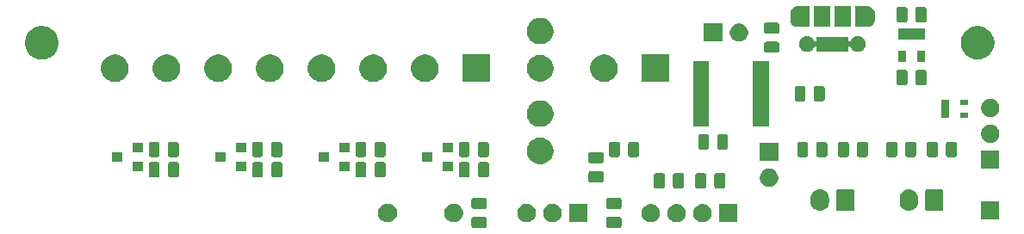
<source format=gbr>
G04 #@! TF.GenerationSoftware,KiCad,Pcbnew,(5.1.5)-3*
G04 #@! TF.CreationDate,2020-01-16T00:36:52-05:00*
G04 #@! TF.ProjectId,STM32_Klipper_Expander,53544d33-325f-44b6-9c69-707065725f45,rev?*
G04 #@! TF.SameCoordinates,Original*
G04 #@! TF.FileFunction,Soldermask,Top*
G04 #@! TF.FilePolarity,Negative*
%FSLAX46Y46*%
G04 Gerber Fmt 4.6, Leading zero omitted, Abs format (unit mm)*
G04 Created by KiCad (PCBNEW (5.1.5)-3) date 2020-01-16 00:36:52*
%MOMM*%
%LPD*%
G04 APERTURE LIST*
%ADD10C,0.100000*%
G04 APERTURE END LIST*
D10*
G36*
X160834468Y-97153565D02*
G01*
X160873138Y-97165296D01*
X160908777Y-97184346D01*
X160940017Y-97209983D01*
X160965654Y-97241223D01*
X160984704Y-97276862D01*
X160996435Y-97315532D01*
X161001000Y-97361888D01*
X161001000Y-98013112D01*
X160996435Y-98059468D01*
X160984704Y-98098138D01*
X160965654Y-98133777D01*
X160940017Y-98165017D01*
X160908777Y-98190654D01*
X160873138Y-98209704D01*
X160834468Y-98221435D01*
X160788112Y-98226000D01*
X159711888Y-98226000D01*
X159665532Y-98221435D01*
X159626862Y-98209704D01*
X159591223Y-98190654D01*
X159559983Y-98165017D01*
X159534346Y-98133777D01*
X159515296Y-98098138D01*
X159503565Y-98059468D01*
X159499000Y-98013112D01*
X159499000Y-97361888D01*
X159503565Y-97315532D01*
X159515296Y-97276862D01*
X159534346Y-97241223D01*
X159559983Y-97209983D01*
X159591223Y-97184346D01*
X159626862Y-97165296D01*
X159665532Y-97153565D01*
X159711888Y-97149000D01*
X160788112Y-97149000D01*
X160834468Y-97153565D01*
G37*
G36*
X147584468Y-97153565D02*
G01*
X147623138Y-97165296D01*
X147658777Y-97184346D01*
X147690017Y-97209983D01*
X147715654Y-97241223D01*
X147734704Y-97276862D01*
X147746435Y-97315532D01*
X147751000Y-97361888D01*
X147751000Y-98013112D01*
X147746435Y-98059468D01*
X147734704Y-98098138D01*
X147715654Y-98133777D01*
X147690017Y-98165017D01*
X147658777Y-98190654D01*
X147623138Y-98209704D01*
X147584468Y-98221435D01*
X147538112Y-98226000D01*
X146461888Y-98226000D01*
X146415532Y-98221435D01*
X146376862Y-98209704D01*
X146341223Y-98190654D01*
X146309983Y-98165017D01*
X146284346Y-98133777D01*
X146265296Y-98098138D01*
X146253565Y-98059468D01*
X146249000Y-98013112D01*
X146249000Y-97361888D01*
X146253565Y-97315532D01*
X146265296Y-97276862D01*
X146284346Y-97241223D01*
X146309983Y-97209983D01*
X146341223Y-97184346D01*
X146376862Y-97165296D01*
X146415532Y-97153565D01*
X146461888Y-97149000D01*
X147538112Y-97149000D01*
X147584468Y-97153565D01*
G37*
G36*
X166527512Y-95881927D02*
G01*
X166676812Y-95911624D01*
X166840784Y-95979544D01*
X166988354Y-96078147D01*
X167113853Y-96203646D01*
X167212456Y-96351216D01*
X167280376Y-96515188D01*
X167315000Y-96689259D01*
X167315000Y-96866741D01*
X167280376Y-97040812D01*
X167212456Y-97204784D01*
X167113853Y-97352354D01*
X166988354Y-97477853D01*
X166840784Y-97576456D01*
X166676812Y-97644376D01*
X166527512Y-97674073D01*
X166502742Y-97679000D01*
X166325258Y-97679000D01*
X166300488Y-97674073D01*
X166151188Y-97644376D01*
X165987216Y-97576456D01*
X165839646Y-97477853D01*
X165714147Y-97352354D01*
X165615544Y-97204784D01*
X165547624Y-97040812D01*
X165513000Y-96866741D01*
X165513000Y-96689259D01*
X165547624Y-96515188D01*
X165615544Y-96351216D01*
X165714147Y-96203646D01*
X165839646Y-96078147D01*
X165987216Y-95979544D01*
X166151188Y-95911624D01*
X166300488Y-95881927D01*
X166325258Y-95877000D01*
X166502742Y-95877000D01*
X166527512Y-95881927D01*
G37*
G36*
X163987512Y-95881927D02*
G01*
X164136812Y-95911624D01*
X164300784Y-95979544D01*
X164448354Y-96078147D01*
X164573853Y-96203646D01*
X164672456Y-96351216D01*
X164740376Y-96515188D01*
X164775000Y-96689259D01*
X164775000Y-96866741D01*
X164740376Y-97040812D01*
X164672456Y-97204784D01*
X164573853Y-97352354D01*
X164448354Y-97477853D01*
X164300784Y-97576456D01*
X164136812Y-97644376D01*
X163987512Y-97674073D01*
X163962742Y-97679000D01*
X163785258Y-97679000D01*
X163760488Y-97674073D01*
X163611188Y-97644376D01*
X163447216Y-97576456D01*
X163299646Y-97477853D01*
X163174147Y-97352354D01*
X163075544Y-97204784D01*
X163007624Y-97040812D01*
X162973000Y-96866741D01*
X162973000Y-96689259D01*
X163007624Y-96515188D01*
X163075544Y-96351216D01*
X163174147Y-96203646D01*
X163299646Y-96078147D01*
X163447216Y-95979544D01*
X163611188Y-95911624D01*
X163760488Y-95881927D01*
X163785258Y-95877000D01*
X163962742Y-95877000D01*
X163987512Y-95881927D01*
G37*
G36*
X169067512Y-95881927D02*
G01*
X169216812Y-95911624D01*
X169380784Y-95979544D01*
X169528354Y-96078147D01*
X169653853Y-96203646D01*
X169752456Y-96351216D01*
X169820376Y-96515188D01*
X169855000Y-96689259D01*
X169855000Y-96866741D01*
X169820376Y-97040812D01*
X169752456Y-97204784D01*
X169653853Y-97352354D01*
X169528354Y-97477853D01*
X169380784Y-97576456D01*
X169216812Y-97644376D01*
X169067512Y-97674073D01*
X169042742Y-97679000D01*
X168865258Y-97679000D01*
X168840488Y-97674073D01*
X168691188Y-97644376D01*
X168527216Y-97576456D01*
X168379646Y-97477853D01*
X168254147Y-97352354D01*
X168155544Y-97204784D01*
X168087624Y-97040812D01*
X168053000Y-96866741D01*
X168053000Y-96689259D01*
X168087624Y-96515188D01*
X168155544Y-96351216D01*
X168254147Y-96203646D01*
X168379646Y-96078147D01*
X168527216Y-95979544D01*
X168691188Y-95911624D01*
X168840488Y-95881927D01*
X168865258Y-95877000D01*
X169042742Y-95877000D01*
X169067512Y-95881927D01*
G37*
G36*
X172395000Y-97679000D02*
G01*
X170593000Y-97679000D01*
X170593000Y-95877000D01*
X172395000Y-95877000D01*
X172395000Y-97679000D01*
G37*
G36*
X144770104Y-95859585D02*
G01*
X144938626Y-95929389D01*
X145090291Y-96030728D01*
X145219272Y-96159709D01*
X145320611Y-96311374D01*
X145390415Y-96479896D01*
X145426000Y-96658797D01*
X145426000Y-96841203D01*
X145390415Y-97020104D01*
X145320611Y-97188626D01*
X145219272Y-97340291D01*
X145090291Y-97469272D01*
X144938626Y-97570611D01*
X144770104Y-97640415D01*
X144591203Y-97676000D01*
X144408797Y-97676000D01*
X144229896Y-97640415D01*
X144061374Y-97570611D01*
X143909709Y-97469272D01*
X143780728Y-97340291D01*
X143679389Y-97188626D01*
X143609585Y-97020104D01*
X143574000Y-96841203D01*
X143574000Y-96658797D01*
X143609585Y-96479896D01*
X143679389Y-96311374D01*
X143780728Y-96159709D01*
X143909709Y-96030728D01*
X144061374Y-95929389D01*
X144229896Y-95859585D01*
X144408797Y-95824000D01*
X144591203Y-95824000D01*
X144770104Y-95859585D01*
G37*
G36*
X138270104Y-95859585D02*
G01*
X138438626Y-95929389D01*
X138590291Y-96030728D01*
X138719272Y-96159709D01*
X138820611Y-96311374D01*
X138890415Y-96479896D01*
X138926000Y-96658797D01*
X138926000Y-96841203D01*
X138890415Y-97020104D01*
X138820611Y-97188626D01*
X138719272Y-97340291D01*
X138590291Y-97469272D01*
X138438626Y-97570611D01*
X138270104Y-97640415D01*
X138091203Y-97676000D01*
X137908797Y-97676000D01*
X137729896Y-97640415D01*
X137561374Y-97570611D01*
X137409709Y-97469272D01*
X137280728Y-97340291D01*
X137179389Y-97188626D01*
X137109585Y-97020104D01*
X137074000Y-96841203D01*
X137074000Y-96658797D01*
X137109585Y-96479896D01*
X137179389Y-96311374D01*
X137280728Y-96159709D01*
X137409709Y-96030728D01*
X137561374Y-95929389D01*
X137729896Y-95859585D01*
X137908797Y-95824000D01*
X138091203Y-95824000D01*
X138270104Y-95859585D01*
G37*
G36*
X154323512Y-95853927D02*
G01*
X154472812Y-95883624D01*
X154636784Y-95951544D01*
X154784354Y-96050147D01*
X154909853Y-96175646D01*
X155008456Y-96323216D01*
X155076376Y-96487188D01*
X155111000Y-96661259D01*
X155111000Y-96838741D01*
X155076376Y-97012812D01*
X155008456Y-97176784D01*
X154909853Y-97324354D01*
X154784354Y-97449853D01*
X154636784Y-97548456D01*
X154472812Y-97616376D01*
X154332048Y-97644375D01*
X154298742Y-97651000D01*
X154121258Y-97651000D01*
X154087952Y-97644375D01*
X153947188Y-97616376D01*
X153783216Y-97548456D01*
X153635646Y-97449853D01*
X153510147Y-97324354D01*
X153411544Y-97176784D01*
X153343624Y-97012812D01*
X153309000Y-96838741D01*
X153309000Y-96661259D01*
X153343624Y-96487188D01*
X153411544Y-96323216D01*
X153510147Y-96175646D01*
X153635646Y-96050147D01*
X153783216Y-95951544D01*
X153947188Y-95883624D01*
X154096488Y-95853927D01*
X154121258Y-95849000D01*
X154298742Y-95849000D01*
X154323512Y-95853927D01*
G37*
G36*
X151783512Y-95853927D02*
G01*
X151932812Y-95883624D01*
X152096784Y-95951544D01*
X152244354Y-96050147D01*
X152369853Y-96175646D01*
X152468456Y-96323216D01*
X152536376Y-96487188D01*
X152571000Y-96661259D01*
X152571000Y-96838741D01*
X152536376Y-97012812D01*
X152468456Y-97176784D01*
X152369853Y-97324354D01*
X152244354Y-97449853D01*
X152096784Y-97548456D01*
X151932812Y-97616376D01*
X151792048Y-97644375D01*
X151758742Y-97651000D01*
X151581258Y-97651000D01*
X151547952Y-97644375D01*
X151407188Y-97616376D01*
X151243216Y-97548456D01*
X151095646Y-97449853D01*
X150970147Y-97324354D01*
X150871544Y-97176784D01*
X150803624Y-97012812D01*
X150769000Y-96838741D01*
X150769000Y-96661259D01*
X150803624Y-96487188D01*
X150871544Y-96323216D01*
X150970147Y-96175646D01*
X151095646Y-96050147D01*
X151243216Y-95951544D01*
X151407188Y-95883624D01*
X151556488Y-95853927D01*
X151581258Y-95849000D01*
X151758742Y-95849000D01*
X151783512Y-95853927D01*
G37*
G36*
X157651000Y-97651000D02*
G01*
X155849000Y-97651000D01*
X155849000Y-95849000D01*
X157651000Y-95849000D01*
X157651000Y-97651000D01*
G37*
G36*
X198151000Y-97401000D02*
G01*
X196349000Y-97401000D01*
X196349000Y-95599000D01*
X198151000Y-95599000D01*
X198151000Y-97401000D01*
G37*
G36*
X180676627Y-94462037D02*
G01*
X180846466Y-94513557D01*
X181002991Y-94597222D01*
X181038729Y-94626552D01*
X181140186Y-94709814D01*
X181223448Y-94811271D01*
X181252778Y-94847009D01*
X181336443Y-95003534D01*
X181387963Y-95173374D01*
X181401000Y-95305743D01*
X181401000Y-95694258D01*
X181387963Y-95826627D01*
X181336443Y-95996466D01*
X181252778Y-96152991D01*
X181226945Y-96184468D01*
X181140186Y-96290186D01*
X181002989Y-96402779D01*
X180858712Y-96479897D01*
X180846465Y-96486443D01*
X180676626Y-96537963D01*
X180500000Y-96555359D01*
X180323373Y-96537963D01*
X180153534Y-96486443D01*
X180141286Y-96479896D01*
X179997011Y-96402779D01*
X179997009Y-96402778D01*
X179934183Y-96351218D01*
X179859814Y-96290186D01*
X179747221Y-96152989D01*
X179663558Y-95996467D01*
X179658424Y-95979544D01*
X179612037Y-95826626D01*
X179599000Y-95694257D01*
X179599000Y-95305742D01*
X179612037Y-95173373D01*
X179663557Y-95003534D01*
X179747222Y-94847009D01*
X179859815Y-94709815D01*
X179997010Y-94597222D01*
X180153535Y-94513557D01*
X180323374Y-94462037D01*
X180500000Y-94444641D01*
X180676627Y-94462037D01*
G37*
G36*
X189426627Y-94462037D02*
G01*
X189596466Y-94513557D01*
X189752991Y-94597222D01*
X189788729Y-94626552D01*
X189890186Y-94709814D01*
X189973448Y-94811271D01*
X190002778Y-94847009D01*
X190086443Y-95003534D01*
X190137963Y-95173374D01*
X190151000Y-95305743D01*
X190151000Y-95694258D01*
X190137963Y-95826627D01*
X190086443Y-95996466D01*
X190002778Y-96152991D01*
X189976945Y-96184468D01*
X189890186Y-96290186D01*
X189752989Y-96402779D01*
X189608712Y-96479897D01*
X189596465Y-96486443D01*
X189426626Y-96537963D01*
X189250000Y-96555359D01*
X189073373Y-96537963D01*
X188903534Y-96486443D01*
X188891286Y-96479896D01*
X188747011Y-96402779D01*
X188747009Y-96402778D01*
X188684183Y-96351218D01*
X188609814Y-96290186D01*
X188497221Y-96152989D01*
X188413558Y-95996467D01*
X188408424Y-95979544D01*
X188362037Y-95826626D01*
X188349000Y-95694257D01*
X188349000Y-95305742D01*
X188362037Y-95173373D01*
X188413557Y-95003534D01*
X188497222Y-94847009D01*
X188609815Y-94709815D01*
X188747010Y-94597222D01*
X188903535Y-94513557D01*
X189073374Y-94462037D01*
X189250000Y-94444641D01*
X189426627Y-94462037D01*
G37*
G36*
X192508600Y-94452989D02*
G01*
X192541652Y-94463015D01*
X192572103Y-94479292D01*
X192598799Y-94501201D01*
X192620708Y-94527897D01*
X192636985Y-94558348D01*
X192647011Y-94591400D01*
X192651000Y-94631903D01*
X192651000Y-96368097D01*
X192647011Y-96408600D01*
X192636985Y-96441652D01*
X192620708Y-96472103D01*
X192598799Y-96498799D01*
X192572103Y-96520708D01*
X192541652Y-96536985D01*
X192508600Y-96547011D01*
X192468097Y-96551000D01*
X191031903Y-96551000D01*
X190991400Y-96547011D01*
X190958348Y-96536985D01*
X190927897Y-96520708D01*
X190901201Y-96498799D01*
X190879292Y-96472103D01*
X190863015Y-96441652D01*
X190852989Y-96408600D01*
X190849000Y-96368097D01*
X190849000Y-94631903D01*
X190852989Y-94591400D01*
X190863015Y-94558348D01*
X190879292Y-94527897D01*
X190901201Y-94501201D01*
X190927897Y-94479292D01*
X190958348Y-94463015D01*
X190991400Y-94452989D01*
X191031903Y-94449000D01*
X192468097Y-94449000D01*
X192508600Y-94452989D01*
G37*
G36*
X183758600Y-94452989D02*
G01*
X183791652Y-94463015D01*
X183822103Y-94479292D01*
X183848799Y-94501201D01*
X183870708Y-94527897D01*
X183886985Y-94558348D01*
X183897011Y-94591400D01*
X183901000Y-94631903D01*
X183901000Y-96368097D01*
X183897011Y-96408600D01*
X183886985Y-96441652D01*
X183870708Y-96472103D01*
X183848799Y-96498799D01*
X183822103Y-96520708D01*
X183791652Y-96536985D01*
X183758600Y-96547011D01*
X183718097Y-96551000D01*
X182281903Y-96551000D01*
X182241400Y-96547011D01*
X182208348Y-96536985D01*
X182177897Y-96520708D01*
X182151201Y-96498799D01*
X182129292Y-96472103D01*
X182113015Y-96441652D01*
X182102989Y-96408600D01*
X182099000Y-96368097D01*
X182099000Y-94631903D01*
X182102989Y-94591400D01*
X182113015Y-94558348D01*
X182129292Y-94527897D01*
X182151201Y-94501201D01*
X182177897Y-94479292D01*
X182208348Y-94463015D01*
X182241400Y-94452989D01*
X182281903Y-94449000D01*
X183718097Y-94449000D01*
X183758600Y-94452989D01*
G37*
G36*
X160834468Y-95278565D02*
G01*
X160873138Y-95290296D01*
X160908777Y-95309346D01*
X160940017Y-95334983D01*
X160965654Y-95366223D01*
X160984704Y-95401862D01*
X160996435Y-95440532D01*
X161001000Y-95486888D01*
X161001000Y-96138112D01*
X160996435Y-96184468D01*
X160984704Y-96223138D01*
X160965654Y-96258777D01*
X160940017Y-96290017D01*
X160908777Y-96315654D01*
X160873138Y-96334704D01*
X160834468Y-96346435D01*
X160788112Y-96351000D01*
X159711888Y-96351000D01*
X159665532Y-96346435D01*
X159626862Y-96334704D01*
X159591223Y-96315654D01*
X159559983Y-96290017D01*
X159534346Y-96258777D01*
X159515296Y-96223138D01*
X159503565Y-96184468D01*
X159499000Y-96138112D01*
X159499000Y-95486888D01*
X159503565Y-95440532D01*
X159515296Y-95401862D01*
X159534346Y-95366223D01*
X159559983Y-95334983D01*
X159591223Y-95309346D01*
X159626862Y-95290296D01*
X159665532Y-95278565D01*
X159711888Y-95274000D01*
X160788112Y-95274000D01*
X160834468Y-95278565D01*
G37*
G36*
X147584468Y-95278565D02*
G01*
X147623138Y-95290296D01*
X147658777Y-95309346D01*
X147690017Y-95334983D01*
X147715654Y-95366223D01*
X147734704Y-95401862D01*
X147746435Y-95440532D01*
X147751000Y-95486888D01*
X147751000Y-96138112D01*
X147746435Y-96184468D01*
X147734704Y-96223138D01*
X147715654Y-96258777D01*
X147690017Y-96290017D01*
X147658777Y-96315654D01*
X147623138Y-96334704D01*
X147584468Y-96346435D01*
X147538112Y-96351000D01*
X146461888Y-96351000D01*
X146415532Y-96346435D01*
X146376862Y-96334704D01*
X146341223Y-96315654D01*
X146309983Y-96290017D01*
X146284346Y-96258777D01*
X146265296Y-96223138D01*
X146253565Y-96184468D01*
X146249000Y-96138112D01*
X146249000Y-95486888D01*
X146253565Y-95440532D01*
X146265296Y-95401862D01*
X146284346Y-95366223D01*
X146309983Y-95334983D01*
X146341223Y-95309346D01*
X146376862Y-95290296D01*
X146415532Y-95278565D01*
X146461888Y-95274000D01*
X147538112Y-95274000D01*
X147584468Y-95278565D01*
G37*
G36*
X165094468Y-92829565D02*
G01*
X165133138Y-92841296D01*
X165168777Y-92860346D01*
X165200017Y-92885983D01*
X165225654Y-92917223D01*
X165244704Y-92952862D01*
X165256435Y-92991532D01*
X165261000Y-93037888D01*
X165261000Y-94114112D01*
X165256435Y-94160468D01*
X165244704Y-94199138D01*
X165225654Y-94234777D01*
X165200017Y-94266017D01*
X165168777Y-94291654D01*
X165133138Y-94310704D01*
X165094468Y-94322435D01*
X165048112Y-94327000D01*
X164396888Y-94327000D01*
X164350532Y-94322435D01*
X164311862Y-94310704D01*
X164276223Y-94291654D01*
X164244983Y-94266017D01*
X164219346Y-94234777D01*
X164200296Y-94199138D01*
X164188565Y-94160468D01*
X164184000Y-94114112D01*
X164184000Y-93037888D01*
X164188565Y-92991532D01*
X164200296Y-92952862D01*
X164219346Y-92917223D01*
X164244983Y-92885983D01*
X164276223Y-92860346D01*
X164311862Y-92841296D01*
X164350532Y-92829565D01*
X164396888Y-92825000D01*
X165048112Y-92825000D01*
X165094468Y-92829565D01*
G37*
G36*
X169158468Y-92829565D02*
G01*
X169197138Y-92841296D01*
X169232777Y-92860346D01*
X169264017Y-92885983D01*
X169289654Y-92917223D01*
X169308704Y-92952862D01*
X169320435Y-92991532D01*
X169325000Y-93037888D01*
X169325000Y-94114112D01*
X169320435Y-94160468D01*
X169308704Y-94199138D01*
X169289654Y-94234777D01*
X169264017Y-94266017D01*
X169232777Y-94291654D01*
X169197138Y-94310704D01*
X169158468Y-94322435D01*
X169112112Y-94327000D01*
X168460888Y-94327000D01*
X168414532Y-94322435D01*
X168375862Y-94310704D01*
X168340223Y-94291654D01*
X168308983Y-94266017D01*
X168283346Y-94234777D01*
X168264296Y-94199138D01*
X168252565Y-94160468D01*
X168248000Y-94114112D01*
X168248000Y-93037888D01*
X168252565Y-92991532D01*
X168264296Y-92952862D01*
X168283346Y-92917223D01*
X168308983Y-92885983D01*
X168340223Y-92860346D01*
X168375862Y-92841296D01*
X168414532Y-92829565D01*
X168460888Y-92825000D01*
X169112112Y-92825000D01*
X169158468Y-92829565D01*
G37*
G36*
X171033468Y-92829565D02*
G01*
X171072138Y-92841296D01*
X171107777Y-92860346D01*
X171139017Y-92885983D01*
X171164654Y-92917223D01*
X171183704Y-92952862D01*
X171195435Y-92991532D01*
X171200000Y-93037888D01*
X171200000Y-94114112D01*
X171195435Y-94160468D01*
X171183704Y-94199138D01*
X171164654Y-94234777D01*
X171139017Y-94266017D01*
X171107777Y-94291654D01*
X171072138Y-94310704D01*
X171033468Y-94322435D01*
X170987112Y-94327000D01*
X170335888Y-94327000D01*
X170289532Y-94322435D01*
X170250862Y-94310704D01*
X170215223Y-94291654D01*
X170183983Y-94266017D01*
X170158346Y-94234777D01*
X170139296Y-94199138D01*
X170127565Y-94160468D01*
X170123000Y-94114112D01*
X170123000Y-93037888D01*
X170127565Y-92991532D01*
X170139296Y-92952862D01*
X170158346Y-92917223D01*
X170183983Y-92885983D01*
X170215223Y-92860346D01*
X170250862Y-92841296D01*
X170289532Y-92829565D01*
X170335888Y-92825000D01*
X170987112Y-92825000D01*
X171033468Y-92829565D01*
G37*
G36*
X166969468Y-92829565D02*
G01*
X167008138Y-92841296D01*
X167043777Y-92860346D01*
X167075017Y-92885983D01*
X167100654Y-92917223D01*
X167119704Y-92952862D01*
X167131435Y-92991532D01*
X167136000Y-93037888D01*
X167136000Y-94114112D01*
X167131435Y-94160468D01*
X167119704Y-94199138D01*
X167100654Y-94234777D01*
X167075017Y-94266017D01*
X167043777Y-94291654D01*
X167008138Y-94310704D01*
X166969468Y-94322435D01*
X166923112Y-94327000D01*
X166271888Y-94327000D01*
X166225532Y-94322435D01*
X166186862Y-94310704D01*
X166151223Y-94291654D01*
X166119983Y-94266017D01*
X166094346Y-94234777D01*
X166075296Y-94199138D01*
X166063565Y-94160468D01*
X166059000Y-94114112D01*
X166059000Y-93037888D01*
X166063565Y-92991532D01*
X166075296Y-92952862D01*
X166094346Y-92917223D01*
X166119983Y-92885983D01*
X166151223Y-92860346D01*
X166186862Y-92841296D01*
X166225532Y-92829565D01*
X166271888Y-92825000D01*
X166923112Y-92825000D01*
X166969468Y-92829565D01*
G37*
G36*
X175613512Y-92393927D02*
G01*
X175762812Y-92423624D01*
X175926784Y-92491544D01*
X176074354Y-92590147D01*
X176199853Y-92715646D01*
X176298456Y-92863216D01*
X176366376Y-93027188D01*
X176401000Y-93201259D01*
X176401000Y-93378741D01*
X176366376Y-93552812D01*
X176298456Y-93716784D01*
X176199853Y-93864354D01*
X176074354Y-93989853D01*
X175926784Y-94088456D01*
X175762812Y-94156376D01*
X175613512Y-94186073D01*
X175588742Y-94191000D01*
X175411258Y-94191000D01*
X175386488Y-94186073D01*
X175237188Y-94156376D01*
X175073216Y-94088456D01*
X174925646Y-93989853D01*
X174800147Y-93864354D01*
X174701544Y-93716784D01*
X174633624Y-93552812D01*
X174599000Y-93378741D01*
X174599000Y-93201259D01*
X174633624Y-93027188D01*
X174701544Y-92863216D01*
X174800147Y-92715646D01*
X174925646Y-92590147D01*
X175073216Y-92491544D01*
X175237188Y-92423624D01*
X175386488Y-92393927D01*
X175411258Y-92389000D01*
X175588742Y-92389000D01*
X175613512Y-92393927D01*
G37*
G36*
X159084468Y-92653565D02*
G01*
X159123138Y-92665296D01*
X159158777Y-92684346D01*
X159190017Y-92709983D01*
X159215654Y-92741223D01*
X159234704Y-92776862D01*
X159246435Y-92815532D01*
X159251000Y-92861888D01*
X159251000Y-93513112D01*
X159246435Y-93559468D01*
X159234704Y-93598138D01*
X159215654Y-93633777D01*
X159190017Y-93665017D01*
X159158777Y-93690654D01*
X159123138Y-93709704D01*
X159084468Y-93721435D01*
X159038112Y-93726000D01*
X157961888Y-93726000D01*
X157915532Y-93721435D01*
X157876862Y-93709704D01*
X157841223Y-93690654D01*
X157809983Y-93665017D01*
X157784346Y-93633777D01*
X157765296Y-93598138D01*
X157753565Y-93559468D01*
X157749000Y-93513112D01*
X157749000Y-92861888D01*
X157753565Y-92815532D01*
X157765296Y-92776862D01*
X157784346Y-92741223D01*
X157809983Y-92709983D01*
X157841223Y-92684346D01*
X157876862Y-92665296D01*
X157915532Y-92653565D01*
X157961888Y-92649000D01*
X159038112Y-92649000D01*
X159084468Y-92653565D01*
G37*
G36*
X145914468Y-91753565D02*
G01*
X145953138Y-91765296D01*
X145988777Y-91784346D01*
X146020017Y-91809983D01*
X146045654Y-91841223D01*
X146064704Y-91876862D01*
X146076435Y-91915532D01*
X146081000Y-91961888D01*
X146081000Y-93038112D01*
X146076435Y-93084468D01*
X146064704Y-93123138D01*
X146045654Y-93158777D01*
X146020017Y-93190017D01*
X145988777Y-93215654D01*
X145953138Y-93234704D01*
X145914468Y-93246435D01*
X145868112Y-93251000D01*
X145216888Y-93251000D01*
X145170532Y-93246435D01*
X145131862Y-93234704D01*
X145096223Y-93215654D01*
X145064983Y-93190017D01*
X145039346Y-93158777D01*
X145020296Y-93123138D01*
X145008565Y-93084468D01*
X145004000Y-93038112D01*
X145004000Y-91961888D01*
X145008565Y-91915532D01*
X145020296Y-91876862D01*
X145039346Y-91841223D01*
X145064983Y-91809983D01*
X145096223Y-91784346D01*
X145131862Y-91765296D01*
X145170532Y-91753565D01*
X145216888Y-91749000D01*
X145868112Y-91749000D01*
X145914468Y-91753565D01*
G37*
G36*
X117309468Y-91753565D02*
G01*
X117348138Y-91765296D01*
X117383777Y-91784346D01*
X117415017Y-91809983D01*
X117440654Y-91841223D01*
X117459704Y-91876862D01*
X117471435Y-91915532D01*
X117476000Y-91961888D01*
X117476000Y-93038112D01*
X117471435Y-93084468D01*
X117459704Y-93123138D01*
X117440654Y-93158777D01*
X117415017Y-93190017D01*
X117383777Y-93215654D01*
X117348138Y-93234704D01*
X117309468Y-93246435D01*
X117263112Y-93251000D01*
X116611888Y-93251000D01*
X116565532Y-93246435D01*
X116526862Y-93234704D01*
X116491223Y-93215654D01*
X116459983Y-93190017D01*
X116434346Y-93158777D01*
X116415296Y-93123138D01*
X116403565Y-93084468D01*
X116399000Y-93038112D01*
X116399000Y-91961888D01*
X116403565Y-91915532D01*
X116415296Y-91876862D01*
X116434346Y-91841223D01*
X116459983Y-91809983D01*
X116491223Y-91784346D01*
X116526862Y-91765296D01*
X116565532Y-91753565D01*
X116611888Y-91749000D01*
X117263112Y-91749000D01*
X117309468Y-91753565D01*
G37*
G36*
X125594468Y-91753565D02*
G01*
X125633138Y-91765296D01*
X125668777Y-91784346D01*
X125700017Y-91809983D01*
X125725654Y-91841223D01*
X125744704Y-91876862D01*
X125756435Y-91915532D01*
X125761000Y-91961888D01*
X125761000Y-93038112D01*
X125756435Y-93084468D01*
X125744704Y-93123138D01*
X125725654Y-93158777D01*
X125700017Y-93190017D01*
X125668777Y-93215654D01*
X125633138Y-93234704D01*
X125594468Y-93246435D01*
X125548112Y-93251000D01*
X124896888Y-93251000D01*
X124850532Y-93246435D01*
X124811862Y-93234704D01*
X124776223Y-93215654D01*
X124744983Y-93190017D01*
X124719346Y-93158777D01*
X124700296Y-93123138D01*
X124688565Y-93084468D01*
X124684000Y-93038112D01*
X124684000Y-91961888D01*
X124688565Y-91915532D01*
X124700296Y-91876862D01*
X124719346Y-91841223D01*
X124744983Y-91809983D01*
X124776223Y-91784346D01*
X124811862Y-91765296D01*
X124850532Y-91753565D01*
X124896888Y-91749000D01*
X125548112Y-91749000D01*
X125594468Y-91753565D01*
G37*
G36*
X127469468Y-91753565D02*
G01*
X127508138Y-91765296D01*
X127543777Y-91784346D01*
X127575017Y-91809983D01*
X127600654Y-91841223D01*
X127619704Y-91876862D01*
X127631435Y-91915532D01*
X127636000Y-91961888D01*
X127636000Y-93038112D01*
X127631435Y-93084468D01*
X127619704Y-93123138D01*
X127600654Y-93158777D01*
X127575017Y-93190017D01*
X127543777Y-93215654D01*
X127508138Y-93234704D01*
X127469468Y-93246435D01*
X127423112Y-93251000D01*
X126771888Y-93251000D01*
X126725532Y-93246435D01*
X126686862Y-93234704D01*
X126651223Y-93215654D01*
X126619983Y-93190017D01*
X126594346Y-93158777D01*
X126575296Y-93123138D01*
X126563565Y-93084468D01*
X126559000Y-93038112D01*
X126559000Y-91961888D01*
X126563565Y-91915532D01*
X126575296Y-91876862D01*
X126594346Y-91841223D01*
X126619983Y-91809983D01*
X126651223Y-91784346D01*
X126686862Y-91765296D01*
X126725532Y-91753565D01*
X126771888Y-91749000D01*
X127423112Y-91749000D01*
X127469468Y-91753565D01*
G37*
G36*
X137629468Y-91753565D02*
G01*
X137668138Y-91765296D01*
X137703777Y-91784346D01*
X137735017Y-91809983D01*
X137760654Y-91841223D01*
X137779704Y-91876862D01*
X137791435Y-91915532D01*
X137796000Y-91961888D01*
X137796000Y-93038112D01*
X137791435Y-93084468D01*
X137779704Y-93123138D01*
X137760654Y-93158777D01*
X137735017Y-93190017D01*
X137703777Y-93215654D01*
X137668138Y-93234704D01*
X137629468Y-93246435D01*
X137583112Y-93251000D01*
X136931888Y-93251000D01*
X136885532Y-93246435D01*
X136846862Y-93234704D01*
X136811223Y-93215654D01*
X136779983Y-93190017D01*
X136754346Y-93158777D01*
X136735296Y-93123138D01*
X136723565Y-93084468D01*
X136719000Y-93038112D01*
X136719000Y-91961888D01*
X136723565Y-91915532D01*
X136735296Y-91876862D01*
X136754346Y-91841223D01*
X136779983Y-91809983D01*
X136811223Y-91784346D01*
X136846862Y-91765296D01*
X136885532Y-91753565D01*
X136931888Y-91749000D01*
X137583112Y-91749000D01*
X137629468Y-91753565D01*
G37*
G36*
X115434468Y-91753565D02*
G01*
X115473138Y-91765296D01*
X115508777Y-91784346D01*
X115540017Y-91809983D01*
X115565654Y-91841223D01*
X115584704Y-91876862D01*
X115596435Y-91915532D01*
X115601000Y-91961888D01*
X115601000Y-93038112D01*
X115596435Y-93084468D01*
X115584704Y-93123138D01*
X115565654Y-93158777D01*
X115540017Y-93190017D01*
X115508777Y-93215654D01*
X115473138Y-93234704D01*
X115434468Y-93246435D01*
X115388112Y-93251000D01*
X114736888Y-93251000D01*
X114690532Y-93246435D01*
X114651862Y-93234704D01*
X114616223Y-93215654D01*
X114584983Y-93190017D01*
X114559346Y-93158777D01*
X114540296Y-93123138D01*
X114528565Y-93084468D01*
X114524000Y-93038112D01*
X114524000Y-91961888D01*
X114528565Y-91915532D01*
X114540296Y-91876862D01*
X114559346Y-91841223D01*
X114584983Y-91809983D01*
X114616223Y-91784346D01*
X114651862Y-91765296D01*
X114690532Y-91753565D01*
X114736888Y-91749000D01*
X115388112Y-91749000D01*
X115434468Y-91753565D01*
G37*
G36*
X147789468Y-91753565D02*
G01*
X147828138Y-91765296D01*
X147863777Y-91784346D01*
X147895017Y-91809983D01*
X147920654Y-91841223D01*
X147939704Y-91876862D01*
X147951435Y-91915532D01*
X147956000Y-91961888D01*
X147956000Y-93038112D01*
X147951435Y-93084468D01*
X147939704Y-93123138D01*
X147920654Y-93158777D01*
X147895017Y-93190017D01*
X147863777Y-93215654D01*
X147828138Y-93234704D01*
X147789468Y-93246435D01*
X147743112Y-93251000D01*
X147091888Y-93251000D01*
X147045532Y-93246435D01*
X147006862Y-93234704D01*
X146971223Y-93215654D01*
X146939983Y-93190017D01*
X146914346Y-93158777D01*
X146895296Y-93123138D01*
X146883565Y-93084468D01*
X146879000Y-93038112D01*
X146879000Y-91961888D01*
X146883565Y-91915532D01*
X146895296Y-91876862D01*
X146914346Y-91841223D01*
X146939983Y-91809983D01*
X146971223Y-91784346D01*
X147006862Y-91765296D01*
X147045532Y-91753565D01*
X147091888Y-91749000D01*
X147743112Y-91749000D01*
X147789468Y-91753565D01*
G37*
G36*
X135754468Y-91753565D02*
G01*
X135793138Y-91765296D01*
X135828777Y-91784346D01*
X135860017Y-91809983D01*
X135885654Y-91841223D01*
X135904704Y-91876862D01*
X135916435Y-91915532D01*
X135921000Y-91961888D01*
X135921000Y-93038112D01*
X135916435Y-93084468D01*
X135904704Y-93123138D01*
X135885654Y-93158777D01*
X135860017Y-93190017D01*
X135828777Y-93215654D01*
X135793138Y-93234704D01*
X135754468Y-93246435D01*
X135708112Y-93251000D01*
X135056888Y-93251000D01*
X135010532Y-93246435D01*
X134971862Y-93234704D01*
X134936223Y-93215654D01*
X134904983Y-93190017D01*
X134879346Y-93158777D01*
X134860296Y-93123138D01*
X134848565Y-93084468D01*
X134844000Y-93038112D01*
X134844000Y-91961888D01*
X134848565Y-91915532D01*
X134860296Y-91876862D01*
X134879346Y-91841223D01*
X134904983Y-91809983D01*
X134936223Y-91784346D01*
X134971862Y-91765296D01*
X135010532Y-91753565D01*
X135056888Y-91749000D01*
X135708112Y-91749000D01*
X135754468Y-91753565D01*
G37*
G36*
X113951000Y-92651000D02*
G01*
X112949000Y-92651000D01*
X112949000Y-91749000D01*
X113951000Y-91749000D01*
X113951000Y-92651000D01*
G37*
G36*
X144431000Y-92651000D02*
G01*
X143429000Y-92651000D01*
X143429000Y-91749000D01*
X144431000Y-91749000D01*
X144431000Y-92651000D01*
G37*
G36*
X124111000Y-92651000D02*
G01*
X123109000Y-92651000D01*
X123109000Y-91749000D01*
X124111000Y-91749000D01*
X124111000Y-92651000D01*
G37*
G36*
X134271000Y-92651000D02*
G01*
X133269000Y-92651000D01*
X133269000Y-91749000D01*
X134271000Y-91749000D01*
X134271000Y-92651000D01*
G37*
G36*
X198151000Y-92401000D02*
G01*
X196349000Y-92401000D01*
X196349000Y-90599000D01*
X198151000Y-90599000D01*
X198151000Y-92401000D01*
G37*
G36*
X153379487Y-89383996D02*
G01*
X153616253Y-89482068D01*
X153616255Y-89482069D01*
X153829339Y-89624447D01*
X154010553Y-89805661D01*
X154083753Y-89915212D01*
X154152932Y-90018747D01*
X154251004Y-90255513D01*
X154301000Y-90506861D01*
X154301000Y-90763139D01*
X154251004Y-91014487D01*
X154161526Y-91230505D01*
X154152931Y-91251255D01*
X154010553Y-91464339D01*
X153829339Y-91645553D01*
X153616255Y-91787931D01*
X153616254Y-91787932D01*
X153616253Y-91787932D01*
X153379487Y-91886004D01*
X153128139Y-91936000D01*
X152871861Y-91936000D01*
X152620513Y-91886004D01*
X152383747Y-91787932D01*
X152383746Y-91787932D01*
X152383745Y-91787931D01*
X152170661Y-91645553D01*
X151989447Y-91464339D01*
X151847069Y-91251255D01*
X151838474Y-91230505D01*
X151748996Y-91014487D01*
X151699000Y-90763139D01*
X151699000Y-90506861D01*
X151748996Y-90255513D01*
X151847068Y-90018747D01*
X151916248Y-89915212D01*
X151989447Y-89805661D01*
X152170661Y-89624447D01*
X152383745Y-89482069D01*
X152383747Y-89482068D01*
X152620513Y-89383996D01*
X152871861Y-89334000D01*
X153128139Y-89334000D01*
X153379487Y-89383996D01*
G37*
G36*
X159084468Y-90778565D02*
G01*
X159123138Y-90790296D01*
X159158777Y-90809346D01*
X159190017Y-90834983D01*
X159215654Y-90866223D01*
X159234704Y-90901862D01*
X159246435Y-90940532D01*
X159251000Y-90986888D01*
X159251000Y-91638112D01*
X159246435Y-91684468D01*
X159234704Y-91723138D01*
X159215654Y-91758777D01*
X159190017Y-91790017D01*
X159158777Y-91815654D01*
X159123138Y-91834704D01*
X159084468Y-91846435D01*
X159038112Y-91851000D01*
X157961888Y-91851000D01*
X157915532Y-91846435D01*
X157876862Y-91834704D01*
X157841223Y-91815654D01*
X157809983Y-91790017D01*
X157784346Y-91758777D01*
X157765296Y-91723138D01*
X157753565Y-91684468D01*
X157749000Y-91638112D01*
X157749000Y-90986888D01*
X157753565Y-90940532D01*
X157765296Y-90901862D01*
X157784346Y-90866223D01*
X157809983Y-90834983D01*
X157841223Y-90809346D01*
X157876862Y-90790296D01*
X157915532Y-90778565D01*
X157961888Y-90774000D01*
X159038112Y-90774000D01*
X159084468Y-90778565D01*
G37*
G36*
X142431000Y-91701000D02*
G01*
X141429000Y-91701000D01*
X141429000Y-90799000D01*
X142431000Y-90799000D01*
X142431000Y-91701000D01*
G37*
G36*
X122111000Y-91701000D02*
G01*
X121109000Y-91701000D01*
X121109000Y-90799000D01*
X122111000Y-90799000D01*
X122111000Y-91701000D01*
G37*
G36*
X132271000Y-91701000D02*
G01*
X131269000Y-91701000D01*
X131269000Y-90799000D01*
X132271000Y-90799000D01*
X132271000Y-91701000D01*
G37*
G36*
X111951000Y-91701000D02*
G01*
X110949000Y-91701000D01*
X110949000Y-90799000D01*
X111951000Y-90799000D01*
X111951000Y-91701000D01*
G37*
G36*
X176401000Y-91651000D02*
G01*
X174599000Y-91651000D01*
X174599000Y-89849000D01*
X176401000Y-89849000D01*
X176401000Y-91651000D01*
G37*
G36*
X187934468Y-89753565D02*
G01*
X187973138Y-89765296D01*
X188008777Y-89784346D01*
X188040017Y-89809983D01*
X188065654Y-89841223D01*
X188084704Y-89876862D01*
X188096435Y-89915532D01*
X188101000Y-89961888D01*
X188101000Y-91038112D01*
X188096435Y-91084468D01*
X188084704Y-91123138D01*
X188065654Y-91158777D01*
X188040017Y-91190017D01*
X188008777Y-91215654D01*
X187973138Y-91234704D01*
X187934468Y-91246435D01*
X187888112Y-91251000D01*
X187236888Y-91251000D01*
X187190532Y-91246435D01*
X187151862Y-91234704D01*
X187116223Y-91215654D01*
X187084983Y-91190017D01*
X187059346Y-91158777D01*
X187040296Y-91123138D01*
X187028565Y-91084468D01*
X187024000Y-91038112D01*
X187024000Y-89961888D01*
X187028565Y-89915532D01*
X187040296Y-89876862D01*
X187059346Y-89841223D01*
X187084983Y-89809983D01*
X187116223Y-89784346D01*
X187151862Y-89765296D01*
X187190532Y-89753565D01*
X187236888Y-89749000D01*
X187888112Y-89749000D01*
X187934468Y-89753565D01*
G37*
G36*
X127469468Y-89753565D02*
G01*
X127508138Y-89765296D01*
X127543777Y-89784346D01*
X127575017Y-89809983D01*
X127600654Y-89841223D01*
X127619704Y-89876862D01*
X127631435Y-89915532D01*
X127636000Y-89961888D01*
X127636000Y-91038112D01*
X127631435Y-91084468D01*
X127619704Y-91123138D01*
X127600654Y-91158777D01*
X127575017Y-91190017D01*
X127543777Y-91215654D01*
X127508138Y-91234704D01*
X127469468Y-91246435D01*
X127423112Y-91251000D01*
X126771888Y-91251000D01*
X126725532Y-91246435D01*
X126686862Y-91234704D01*
X126651223Y-91215654D01*
X126619983Y-91190017D01*
X126594346Y-91158777D01*
X126575296Y-91123138D01*
X126563565Y-91084468D01*
X126559000Y-91038112D01*
X126559000Y-89961888D01*
X126563565Y-89915532D01*
X126575296Y-89876862D01*
X126594346Y-89841223D01*
X126619983Y-89809983D01*
X126651223Y-89784346D01*
X126686862Y-89765296D01*
X126725532Y-89753565D01*
X126771888Y-89749000D01*
X127423112Y-89749000D01*
X127469468Y-89753565D01*
G37*
G36*
X125594468Y-89753565D02*
G01*
X125633138Y-89765296D01*
X125668777Y-89784346D01*
X125700017Y-89809983D01*
X125725654Y-89841223D01*
X125744704Y-89876862D01*
X125756435Y-89915532D01*
X125761000Y-89961888D01*
X125761000Y-91038112D01*
X125756435Y-91084468D01*
X125744704Y-91123138D01*
X125725654Y-91158777D01*
X125700017Y-91190017D01*
X125668777Y-91215654D01*
X125633138Y-91234704D01*
X125594468Y-91246435D01*
X125548112Y-91251000D01*
X124896888Y-91251000D01*
X124850532Y-91246435D01*
X124811862Y-91234704D01*
X124776223Y-91215654D01*
X124744983Y-91190017D01*
X124719346Y-91158777D01*
X124700296Y-91123138D01*
X124688565Y-91084468D01*
X124684000Y-91038112D01*
X124684000Y-89961888D01*
X124688565Y-89915532D01*
X124700296Y-89876862D01*
X124719346Y-89841223D01*
X124744983Y-89809983D01*
X124776223Y-89784346D01*
X124811862Y-89765296D01*
X124850532Y-89753565D01*
X124896888Y-89749000D01*
X125548112Y-89749000D01*
X125594468Y-89753565D01*
G37*
G36*
X162559468Y-89753565D02*
G01*
X162598138Y-89765296D01*
X162633777Y-89784346D01*
X162665017Y-89809983D01*
X162690654Y-89841223D01*
X162709704Y-89876862D01*
X162721435Y-89915532D01*
X162726000Y-89961888D01*
X162726000Y-91038112D01*
X162721435Y-91084468D01*
X162709704Y-91123138D01*
X162690654Y-91158777D01*
X162665017Y-91190017D01*
X162633777Y-91215654D01*
X162598138Y-91234704D01*
X162559468Y-91246435D01*
X162513112Y-91251000D01*
X161861888Y-91251000D01*
X161815532Y-91246435D01*
X161776862Y-91234704D01*
X161741223Y-91215654D01*
X161709983Y-91190017D01*
X161684346Y-91158777D01*
X161665296Y-91123138D01*
X161653565Y-91084468D01*
X161649000Y-91038112D01*
X161649000Y-89961888D01*
X161653565Y-89915532D01*
X161665296Y-89876862D01*
X161684346Y-89841223D01*
X161709983Y-89809983D01*
X161741223Y-89784346D01*
X161776862Y-89765296D01*
X161815532Y-89753565D01*
X161861888Y-89749000D01*
X162513112Y-89749000D01*
X162559468Y-89753565D01*
G37*
G36*
X160684468Y-89753565D02*
G01*
X160723138Y-89765296D01*
X160758777Y-89784346D01*
X160790017Y-89809983D01*
X160815654Y-89841223D01*
X160834704Y-89876862D01*
X160846435Y-89915532D01*
X160851000Y-89961888D01*
X160851000Y-91038112D01*
X160846435Y-91084468D01*
X160834704Y-91123138D01*
X160815654Y-91158777D01*
X160790017Y-91190017D01*
X160758777Y-91215654D01*
X160723138Y-91234704D01*
X160684468Y-91246435D01*
X160638112Y-91251000D01*
X159986888Y-91251000D01*
X159940532Y-91246435D01*
X159901862Y-91234704D01*
X159866223Y-91215654D01*
X159834983Y-91190017D01*
X159809346Y-91158777D01*
X159790296Y-91123138D01*
X159778565Y-91084468D01*
X159774000Y-91038112D01*
X159774000Y-89961888D01*
X159778565Y-89915532D01*
X159790296Y-89876862D01*
X159809346Y-89841223D01*
X159834983Y-89809983D01*
X159866223Y-89784346D01*
X159901862Y-89765296D01*
X159940532Y-89753565D01*
X159986888Y-89749000D01*
X160638112Y-89749000D01*
X160684468Y-89753565D01*
G37*
G36*
X137629468Y-89753565D02*
G01*
X137668138Y-89765296D01*
X137703777Y-89784346D01*
X137735017Y-89809983D01*
X137760654Y-89841223D01*
X137779704Y-89876862D01*
X137791435Y-89915532D01*
X137796000Y-89961888D01*
X137796000Y-91038112D01*
X137791435Y-91084468D01*
X137779704Y-91123138D01*
X137760654Y-91158777D01*
X137735017Y-91190017D01*
X137703777Y-91215654D01*
X137668138Y-91234704D01*
X137629468Y-91246435D01*
X137583112Y-91251000D01*
X136931888Y-91251000D01*
X136885532Y-91246435D01*
X136846862Y-91234704D01*
X136811223Y-91215654D01*
X136779983Y-91190017D01*
X136754346Y-91158777D01*
X136735296Y-91123138D01*
X136723565Y-91084468D01*
X136719000Y-91038112D01*
X136719000Y-89961888D01*
X136723565Y-89915532D01*
X136735296Y-89876862D01*
X136754346Y-89841223D01*
X136779983Y-89809983D01*
X136811223Y-89784346D01*
X136846862Y-89765296D01*
X136885532Y-89753565D01*
X136931888Y-89749000D01*
X137583112Y-89749000D01*
X137629468Y-89753565D01*
G37*
G36*
X135754468Y-89753565D02*
G01*
X135793138Y-89765296D01*
X135828777Y-89784346D01*
X135860017Y-89809983D01*
X135885654Y-89841223D01*
X135904704Y-89876862D01*
X135916435Y-89915532D01*
X135921000Y-89961888D01*
X135921000Y-91038112D01*
X135916435Y-91084468D01*
X135904704Y-91123138D01*
X135885654Y-91158777D01*
X135860017Y-91190017D01*
X135828777Y-91215654D01*
X135793138Y-91234704D01*
X135754468Y-91246435D01*
X135708112Y-91251000D01*
X135056888Y-91251000D01*
X135010532Y-91246435D01*
X134971862Y-91234704D01*
X134936223Y-91215654D01*
X134904983Y-91190017D01*
X134879346Y-91158777D01*
X134860296Y-91123138D01*
X134848565Y-91084468D01*
X134844000Y-91038112D01*
X134844000Y-89961888D01*
X134848565Y-89915532D01*
X134860296Y-89876862D01*
X134879346Y-89841223D01*
X134904983Y-89809983D01*
X134936223Y-89784346D01*
X134971862Y-89765296D01*
X135010532Y-89753565D01*
X135056888Y-89749000D01*
X135708112Y-89749000D01*
X135754468Y-89753565D01*
G37*
G36*
X115434468Y-89753565D02*
G01*
X115473138Y-89765296D01*
X115508777Y-89784346D01*
X115540017Y-89809983D01*
X115565654Y-89841223D01*
X115584704Y-89876862D01*
X115596435Y-89915532D01*
X115601000Y-89961888D01*
X115601000Y-91038112D01*
X115596435Y-91084468D01*
X115584704Y-91123138D01*
X115565654Y-91158777D01*
X115540017Y-91190017D01*
X115508777Y-91215654D01*
X115473138Y-91234704D01*
X115434468Y-91246435D01*
X115388112Y-91251000D01*
X114736888Y-91251000D01*
X114690532Y-91246435D01*
X114651862Y-91234704D01*
X114616223Y-91215654D01*
X114584983Y-91190017D01*
X114559346Y-91158777D01*
X114540296Y-91123138D01*
X114528565Y-91084468D01*
X114524000Y-91038112D01*
X114524000Y-89961888D01*
X114528565Y-89915532D01*
X114540296Y-89876862D01*
X114559346Y-89841223D01*
X114584983Y-89809983D01*
X114616223Y-89784346D01*
X114651862Y-89765296D01*
X114690532Y-89753565D01*
X114736888Y-89749000D01*
X115388112Y-89749000D01*
X115434468Y-89753565D01*
G37*
G36*
X189809468Y-89753565D02*
G01*
X189848138Y-89765296D01*
X189883777Y-89784346D01*
X189915017Y-89809983D01*
X189940654Y-89841223D01*
X189959704Y-89876862D01*
X189971435Y-89915532D01*
X189976000Y-89961888D01*
X189976000Y-91038112D01*
X189971435Y-91084468D01*
X189959704Y-91123138D01*
X189940654Y-91158777D01*
X189915017Y-91190017D01*
X189883777Y-91215654D01*
X189848138Y-91234704D01*
X189809468Y-91246435D01*
X189763112Y-91251000D01*
X189111888Y-91251000D01*
X189065532Y-91246435D01*
X189026862Y-91234704D01*
X188991223Y-91215654D01*
X188959983Y-91190017D01*
X188934346Y-91158777D01*
X188915296Y-91123138D01*
X188903565Y-91084468D01*
X188899000Y-91038112D01*
X188899000Y-89961888D01*
X188903565Y-89915532D01*
X188915296Y-89876862D01*
X188934346Y-89841223D01*
X188959983Y-89809983D01*
X188991223Y-89784346D01*
X189026862Y-89765296D01*
X189065532Y-89753565D01*
X189111888Y-89749000D01*
X189763112Y-89749000D01*
X189809468Y-89753565D01*
G37*
G36*
X191934468Y-89753565D02*
G01*
X191973138Y-89765296D01*
X192008777Y-89784346D01*
X192040017Y-89809983D01*
X192065654Y-89841223D01*
X192084704Y-89876862D01*
X192096435Y-89915532D01*
X192101000Y-89961888D01*
X192101000Y-91038112D01*
X192096435Y-91084468D01*
X192084704Y-91123138D01*
X192065654Y-91158777D01*
X192040017Y-91190017D01*
X192008777Y-91215654D01*
X191973138Y-91234704D01*
X191934468Y-91246435D01*
X191888112Y-91251000D01*
X191236888Y-91251000D01*
X191190532Y-91246435D01*
X191151862Y-91234704D01*
X191116223Y-91215654D01*
X191084983Y-91190017D01*
X191059346Y-91158777D01*
X191040296Y-91123138D01*
X191028565Y-91084468D01*
X191024000Y-91038112D01*
X191024000Y-89961888D01*
X191028565Y-89915532D01*
X191040296Y-89876862D01*
X191059346Y-89841223D01*
X191084983Y-89809983D01*
X191116223Y-89784346D01*
X191151862Y-89765296D01*
X191190532Y-89753565D01*
X191236888Y-89749000D01*
X191888112Y-89749000D01*
X191934468Y-89753565D01*
G37*
G36*
X147789468Y-89753565D02*
G01*
X147828138Y-89765296D01*
X147863777Y-89784346D01*
X147895017Y-89809983D01*
X147920654Y-89841223D01*
X147939704Y-89876862D01*
X147951435Y-89915532D01*
X147956000Y-89961888D01*
X147956000Y-91038112D01*
X147951435Y-91084468D01*
X147939704Y-91123138D01*
X147920654Y-91158777D01*
X147895017Y-91190017D01*
X147863777Y-91215654D01*
X147828138Y-91234704D01*
X147789468Y-91246435D01*
X147743112Y-91251000D01*
X147091888Y-91251000D01*
X147045532Y-91246435D01*
X147006862Y-91234704D01*
X146971223Y-91215654D01*
X146939983Y-91190017D01*
X146914346Y-91158777D01*
X146895296Y-91123138D01*
X146883565Y-91084468D01*
X146879000Y-91038112D01*
X146879000Y-89961888D01*
X146883565Y-89915532D01*
X146895296Y-89876862D01*
X146914346Y-89841223D01*
X146939983Y-89809983D01*
X146971223Y-89784346D01*
X147006862Y-89765296D01*
X147045532Y-89753565D01*
X147091888Y-89749000D01*
X147743112Y-89749000D01*
X147789468Y-89753565D01*
G37*
G36*
X181059468Y-89753565D02*
G01*
X181098138Y-89765296D01*
X181133777Y-89784346D01*
X181165017Y-89809983D01*
X181190654Y-89841223D01*
X181209704Y-89876862D01*
X181221435Y-89915532D01*
X181226000Y-89961888D01*
X181226000Y-91038112D01*
X181221435Y-91084468D01*
X181209704Y-91123138D01*
X181190654Y-91158777D01*
X181165017Y-91190017D01*
X181133777Y-91215654D01*
X181098138Y-91234704D01*
X181059468Y-91246435D01*
X181013112Y-91251000D01*
X180361888Y-91251000D01*
X180315532Y-91246435D01*
X180276862Y-91234704D01*
X180241223Y-91215654D01*
X180209983Y-91190017D01*
X180184346Y-91158777D01*
X180165296Y-91123138D01*
X180153565Y-91084468D01*
X180149000Y-91038112D01*
X180149000Y-89961888D01*
X180153565Y-89915532D01*
X180165296Y-89876862D01*
X180184346Y-89841223D01*
X180209983Y-89809983D01*
X180241223Y-89784346D01*
X180276862Y-89765296D01*
X180315532Y-89753565D01*
X180361888Y-89749000D01*
X181013112Y-89749000D01*
X181059468Y-89753565D01*
G37*
G36*
X179184468Y-89753565D02*
G01*
X179223138Y-89765296D01*
X179258777Y-89784346D01*
X179290017Y-89809983D01*
X179315654Y-89841223D01*
X179334704Y-89876862D01*
X179346435Y-89915532D01*
X179351000Y-89961888D01*
X179351000Y-91038112D01*
X179346435Y-91084468D01*
X179334704Y-91123138D01*
X179315654Y-91158777D01*
X179290017Y-91190017D01*
X179258777Y-91215654D01*
X179223138Y-91234704D01*
X179184468Y-91246435D01*
X179138112Y-91251000D01*
X178486888Y-91251000D01*
X178440532Y-91246435D01*
X178401862Y-91234704D01*
X178366223Y-91215654D01*
X178334983Y-91190017D01*
X178309346Y-91158777D01*
X178290296Y-91123138D01*
X178278565Y-91084468D01*
X178274000Y-91038112D01*
X178274000Y-89961888D01*
X178278565Y-89915532D01*
X178290296Y-89876862D01*
X178309346Y-89841223D01*
X178334983Y-89809983D01*
X178366223Y-89784346D01*
X178401862Y-89765296D01*
X178440532Y-89753565D01*
X178486888Y-89749000D01*
X179138112Y-89749000D01*
X179184468Y-89753565D01*
G37*
G36*
X183184468Y-89753565D02*
G01*
X183223138Y-89765296D01*
X183258777Y-89784346D01*
X183290017Y-89809983D01*
X183315654Y-89841223D01*
X183334704Y-89876862D01*
X183346435Y-89915532D01*
X183351000Y-89961888D01*
X183351000Y-91038112D01*
X183346435Y-91084468D01*
X183334704Y-91123138D01*
X183315654Y-91158777D01*
X183290017Y-91190017D01*
X183258777Y-91215654D01*
X183223138Y-91234704D01*
X183184468Y-91246435D01*
X183138112Y-91251000D01*
X182486888Y-91251000D01*
X182440532Y-91246435D01*
X182401862Y-91234704D01*
X182366223Y-91215654D01*
X182334983Y-91190017D01*
X182309346Y-91158777D01*
X182290296Y-91123138D01*
X182278565Y-91084468D01*
X182274000Y-91038112D01*
X182274000Y-89961888D01*
X182278565Y-89915532D01*
X182290296Y-89876862D01*
X182309346Y-89841223D01*
X182334983Y-89809983D01*
X182366223Y-89784346D01*
X182401862Y-89765296D01*
X182440532Y-89753565D01*
X182486888Y-89749000D01*
X183138112Y-89749000D01*
X183184468Y-89753565D01*
G37*
G36*
X185059468Y-89753565D02*
G01*
X185098138Y-89765296D01*
X185133777Y-89784346D01*
X185165017Y-89809983D01*
X185190654Y-89841223D01*
X185209704Y-89876862D01*
X185221435Y-89915532D01*
X185226000Y-89961888D01*
X185226000Y-91038112D01*
X185221435Y-91084468D01*
X185209704Y-91123138D01*
X185190654Y-91158777D01*
X185165017Y-91190017D01*
X185133777Y-91215654D01*
X185098138Y-91234704D01*
X185059468Y-91246435D01*
X185013112Y-91251000D01*
X184361888Y-91251000D01*
X184315532Y-91246435D01*
X184276862Y-91234704D01*
X184241223Y-91215654D01*
X184209983Y-91190017D01*
X184184346Y-91158777D01*
X184165296Y-91123138D01*
X184153565Y-91084468D01*
X184149000Y-91038112D01*
X184149000Y-89961888D01*
X184153565Y-89915532D01*
X184165296Y-89876862D01*
X184184346Y-89841223D01*
X184209983Y-89809983D01*
X184241223Y-89784346D01*
X184276862Y-89765296D01*
X184315532Y-89753565D01*
X184361888Y-89749000D01*
X185013112Y-89749000D01*
X185059468Y-89753565D01*
G37*
G36*
X117309468Y-89753565D02*
G01*
X117348138Y-89765296D01*
X117383777Y-89784346D01*
X117415017Y-89809983D01*
X117440654Y-89841223D01*
X117459704Y-89876862D01*
X117471435Y-89915532D01*
X117476000Y-89961888D01*
X117476000Y-91038112D01*
X117471435Y-91084468D01*
X117459704Y-91123138D01*
X117440654Y-91158777D01*
X117415017Y-91190017D01*
X117383777Y-91215654D01*
X117348138Y-91234704D01*
X117309468Y-91246435D01*
X117263112Y-91251000D01*
X116611888Y-91251000D01*
X116565532Y-91246435D01*
X116526862Y-91234704D01*
X116491223Y-91215654D01*
X116459983Y-91190017D01*
X116434346Y-91158777D01*
X116415296Y-91123138D01*
X116403565Y-91084468D01*
X116399000Y-91038112D01*
X116399000Y-89961888D01*
X116403565Y-89915532D01*
X116415296Y-89876862D01*
X116434346Y-89841223D01*
X116459983Y-89809983D01*
X116491223Y-89784346D01*
X116526862Y-89765296D01*
X116565532Y-89753565D01*
X116611888Y-89749000D01*
X117263112Y-89749000D01*
X117309468Y-89753565D01*
G37*
G36*
X193809468Y-89753565D02*
G01*
X193848138Y-89765296D01*
X193883777Y-89784346D01*
X193915017Y-89809983D01*
X193940654Y-89841223D01*
X193959704Y-89876862D01*
X193971435Y-89915532D01*
X193976000Y-89961888D01*
X193976000Y-91038112D01*
X193971435Y-91084468D01*
X193959704Y-91123138D01*
X193940654Y-91158777D01*
X193915017Y-91190017D01*
X193883777Y-91215654D01*
X193848138Y-91234704D01*
X193809468Y-91246435D01*
X193763112Y-91251000D01*
X193111888Y-91251000D01*
X193065532Y-91246435D01*
X193026862Y-91234704D01*
X192991223Y-91215654D01*
X192959983Y-91190017D01*
X192934346Y-91158777D01*
X192915296Y-91123138D01*
X192903565Y-91084468D01*
X192899000Y-91038112D01*
X192899000Y-89961888D01*
X192903565Y-89915532D01*
X192915296Y-89876862D01*
X192934346Y-89841223D01*
X192959983Y-89809983D01*
X192991223Y-89784346D01*
X193026862Y-89765296D01*
X193065532Y-89753565D01*
X193111888Y-89749000D01*
X193763112Y-89749000D01*
X193809468Y-89753565D01*
G37*
G36*
X145914468Y-89753565D02*
G01*
X145953138Y-89765296D01*
X145988777Y-89784346D01*
X146020017Y-89809983D01*
X146045654Y-89841223D01*
X146064704Y-89876862D01*
X146076435Y-89915532D01*
X146081000Y-89961888D01*
X146081000Y-91038112D01*
X146076435Y-91084468D01*
X146064704Y-91123138D01*
X146045654Y-91158777D01*
X146020017Y-91190017D01*
X145988777Y-91215654D01*
X145953138Y-91234704D01*
X145914468Y-91246435D01*
X145868112Y-91251000D01*
X145216888Y-91251000D01*
X145170532Y-91246435D01*
X145131862Y-91234704D01*
X145096223Y-91215654D01*
X145064983Y-91190017D01*
X145039346Y-91158777D01*
X145020296Y-91123138D01*
X145008565Y-91084468D01*
X145004000Y-91038112D01*
X145004000Y-89961888D01*
X145008565Y-89915532D01*
X145020296Y-89876862D01*
X145039346Y-89841223D01*
X145064983Y-89809983D01*
X145096223Y-89784346D01*
X145131862Y-89765296D01*
X145170532Y-89753565D01*
X145216888Y-89749000D01*
X145868112Y-89749000D01*
X145914468Y-89753565D01*
G37*
G36*
X124111000Y-90751000D02*
G01*
X123109000Y-90751000D01*
X123109000Y-89849000D01*
X124111000Y-89849000D01*
X124111000Y-90751000D01*
G37*
G36*
X134271000Y-90751000D02*
G01*
X133269000Y-90751000D01*
X133269000Y-89849000D01*
X134271000Y-89849000D01*
X134271000Y-90751000D01*
G37*
G36*
X144431000Y-90751000D02*
G01*
X143429000Y-90751000D01*
X143429000Y-89849000D01*
X144431000Y-89849000D01*
X144431000Y-90751000D01*
G37*
G36*
X113951000Y-90751000D02*
G01*
X112949000Y-90751000D01*
X112949000Y-89849000D01*
X113951000Y-89849000D01*
X113951000Y-90751000D01*
G37*
G36*
X171309468Y-89003565D02*
G01*
X171348138Y-89015296D01*
X171383777Y-89034346D01*
X171415017Y-89059983D01*
X171440654Y-89091223D01*
X171459704Y-89126862D01*
X171471435Y-89165532D01*
X171476000Y-89211888D01*
X171476000Y-90288112D01*
X171471435Y-90334468D01*
X171459704Y-90373138D01*
X171440654Y-90408777D01*
X171415017Y-90440017D01*
X171383777Y-90465654D01*
X171348138Y-90484704D01*
X171309468Y-90496435D01*
X171263112Y-90501000D01*
X170611888Y-90501000D01*
X170565532Y-90496435D01*
X170526862Y-90484704D01*
X170491223Y-90465654D01*
X170459983Y-90440017D01*
X170434346Y-90408777D01*
X170415296Y-90373138D01*
X170403565Y-90334468D01*
X170399000Y-90288112D01*
X170399000Y-89211888D01*
X170403565Y-89165532D01*
X170415296Y-89126862D01*
X170434346Y-89091223D01*
X170459983Y-89059983D01*
X170491223Y-89034346D01*
X170526862Y-89015296D01*
X170565532Y-89003565D01*
X170611888Y-88999000D01*
X171263112Y-88999000D01*
X171309468Y-89003565D01*
G37*
G36*
X169434468Y-89003565D02*
G01*
X169473138Y-89015296D01*
X169508777Y-89034346D01*
X169540017Y-89059983D01*
X169565654Y-89091223D01*
X169584704Y-89126862D01*
X169596435Y-89165532D01*
X169601000Y-89211888D01*
X169601000Y-90288112D01*
X169596435Y-90334468D01*
X169584704Y-90373138D01*
X169565654Y-90408777D01*
X169540017Y-90440017D01*
X169508777Y-90465654D01*
X169473138Y-90484704D01*
X169434468Y-90496435D01*
X169388112Y-90501000D01*
X168736888Y-90501000D01*
X168690532Y-90496435D01*
X168651862Y-90484704D01*
X168616223Y-90465654D01*
X168584983Y-90440017D01*
X168559346Y-90408777D01*
X168540296Y-90373138D01*
X168528565Y-90334468D01*
X168524000Y-90288112D01*
X168524000Y-89211888D01*
X168528565Y-89165532D01*
X168540296Y-89126862D01*
X168559346Y-89091223D01*
X168584983Y-89059983D01*
X168616223Y-89034346D01*
X168651862Y-89015296D01*
X168690532Y-89003565D01*
X168736888Y-88999000D01*
X169388112Y-88999000D01*
X169434468Y-89003565D01*
G37*
G36*
X197363512Y-88063927D02*
G01*
X197512812Y-88093624D01*
X197676784Y-88161544D01*
X197824354Y-88260147D01*
X197949853Y-88385646D01*
X198048456Y-88533216D01*
X198116376Y-88697188D01*
X198151000Y-88871259D01*
X198151000Y-89048741D01*
X198116376Y-89222812D01*
X198048456Y-89386784D01*
X197949853Y-89534354D01*
X197824354Y-89659853D01*
X197676784Y-89758456D01*
X197512812Y-89826376D01*
X197363512Y-89856073D01*
X197338742Y-89861000D01*
X197161258Y-89861000D01*
X197136488Y-89856073D01*
X196987188Y-89826376D01*
X196823216Y-89758456D01*
X196675646Y-89659853D01*
X196550147Y-89534354D01*
X196451544Y-89386784D01*
X196383624Y-89222812D01*
X196349000Y-89048741D01*
X196349000Y-88871259D01*
X196383624Y-88697188D01*
X196451544Y-88533216D01*
X196550147Y-88385646D01*
X196675646Y-88260147D01*
X196823216Y-88161544D01*
X196987188Y-88093624D01*
X197136488Y-88063927D01*
X197161258Y-88059000D01*
X197338742Y-88059000D01*
X197363512Y-88063927D01*
G37*
G36*
X153379487Y-85723996D02*
G01*
X153616253Y-85822068D01*
X153616255Y-85822069D01*
X153829339Y-85964447D01*
X154010553Y-86145661D01*
X154146420Y-86349000D01*
X154152932Y-86358747D01*
X154251004Y-86595513D01*
X154301000Y-86846861D01*
X154301000Y-87103139D01*
X154251004Y-87354487D01*
X154169605Y-87551000D01*
X154152931Y-87591255D01*
X154010553Y-87804339D01*
X153829339Y-87985553D01*
X153616255Y-88127931D01*
X153616254Y-88127932D01*
X153616253Y-88127932D01*
X153379487Y-88226004D01*
X153128139Y-88276000D01*
X152871861Y-88276000D01*
X152620513Y-88226004D01*
X152383747Y-88127932D01*
X152383746Y-88127932D01*
X152383745Y-88127931D01*
X152170661Y-87985553D01*
X151989447Y-87804339D01*
X151847069Y-87591255D01*
X151830395Y-87551000D01*
X151748996Y-87354487D01*
X151699000Y-87103139D01*
X151699000Y-86846861D01*
X151748996Y-86595513D01*
X151847068Y-86358747D01*
X151853581Y-86349000D01*
X151989447Y-86145661D01*
X152170661Y-85964447D01*
X152383745Y-85822069D01*
X152383747Y-85822068D01*
X152620513Y-85723996D01*
X152871861Y-85674000D01*
X153128139Y-85674000D01*
X153379487Y-85723996D01*
G37*
G36*
X175476000Y-88201000D02*
G01*
X173924000Y-88201000D01*
X173924000Y-81799000D01*
X175476000Y-81799000D01*
X175476000Y-88201000D01*
G37*
G36*
X169576000Y-88201000D02*
G01*
X168024000Y-88201000D01*
X168024000Y-81799000D01*
X169576000Y-81799000D01*
X169576000Y-88201000D01*
G37*
G36*
X195076000Y-87401000D02*
G01*
X194324000Y-87401000D01*
X194324000Y-86899000D01*
X195076000Y-86899000D01*
X195076000Y-87401000D01*
G37*
G36*
X193176000Y-87401000D02*
G01*
X192424000Y-87401000D01*
X192424000Y-85599000D01*
X193176000Y-85599000D01*
X193176000Y-87401000D01*
G37*
G36*
X197363512Y-85523927D02*
G01*
X197512812Y-85553624D01*
X197676784Y-85621544D01*
X197824354Y-85720147D01*
X197949853Y-85845646D01*
X198048456Y-85993216D01*
X198116376Y-86157188D01*
X198151000Y-86331259D01*
X198151000Y-86508741D01*
X198116376Y-86682812D01*
X198048456Y-86846784D01*
X197949853Y-86994354D01*
X197824354Y-87119853D01*
X197676784Y-87218456D01*
X197512812Y-87286376D01*
X197363512Y-87316073D01*
X197338742Y-87321000D01*
X197161258Y-87321000D01*
X197136488Y-87316073D01*
X196987188Y-87286376D01*
X196823216Y-87218456D01*
X196675646Y-87119853D01*
X196550147Y-86994354D01*
X196451544Y-86846784D01*
X196383624Y-86682812D01*
X196349000Y-86508741D01*
X196349000Y-86331259D01*
X196383624Y-86157188D01*
X196451544Y-85993216D01*
X196550147Y-85845646D01*
X196675646Y-85720147D01*
X196823216Y-85621544D01*
X196987188Y-85553624D01*
X197136488Y-85523927D01*
X197161258Y-85519000D01*
X197338742Y-85519000D01*
X197363512Y-85523927D01*
G37*
G36*
X195076000Y-86101000D02*
G01*
X194324000Y-86101000D01*
X194324000Y-85599000D01*
X195076000Y-85599000D01*
X195076000Y-86101000D01*
G37*
G36*
X180809468Y-84253565D02*
G01*
X180848138Y-84265296D01*
X180883777Y-84284346D01*
X180915017Y-84309983D01*
X180940654Y-84341223D01*
X180959704Y-84376862D01*
X180971435Y-84415532D01*
X180976000Y-84461888D01*
X180976000Y-85538112D01*
X180971435Y-85584468D01*
X180959704Y-85623138D01*
X180940654Y-85658777D01*
X180915017Y-85690017D01*
X180883777Y-85715654D01*
X180848138Y-85734704D01*
X180809468Y-85746435D01*
X180763112Y-85751000D01*
X180111888Y-85751000D01*
X180065532Y-85746435D01*
X180026862Y-85734704D01*
X179991223Y-85715654D01*
X179959983Y-85690017D01*
X179934346Y-85658777D01*
X179915296Y-85623138D01*
X179903565Y-85584468D01*
X179899000Y-85538112D01*
X179899000Y-84461888D01*
X179903565Y-84415532D01*
X179915296Y-84376862D01*
X179934346Y-84341223D01*
X179959983Y-84309983D01*
X179991223Y-84284346D01*
X180026862Y-84265296D01*
X180065532Y-84253565D01*
X180111888Y-84249000D01*
X180763112Y-84249000D01*
X180809468Y-84253565D01*
G37*
G36*
X178934468Y-84253565D02*
G01*
X178973138Y-84265296D01*
X179008777Y-84284346D01*
X179040017Y-84309983D01*
X179065654Y-84341223D01*
X179084704Y-84376862D01*
X179096435Y-84415532D01*
X179101000Y-84461888D01*
X179101000Y-85538112D01*
X179096435Y-85584468D01*
X179084704Y-85623138D01*
X179065654Y-85658777D01*
X179040017Y-85690017D01*
X179008777Y-85715654D01*
X178973138Y-85734704D01*
X178934468Y-85746435D01*
X178888112Y-85751000D01*
X178236888Y-85751000D01*
X178190532Y-85746435D01*
X178151862Y-85734704D01*
X178116223Y-85715654D01*
X178084983Y-85690017D01*
X178059346Y-85658777D01*
X178040296Y-85623138D01*
X178028565Y-85584468D01*
X178024000Y-85538112D01*
X178024000Y-84461888D01*
X178028565Y-84415532D01*
X178040296Y-84376862D01*
X178059346Y-84341223D01*
X178084983Y-84309983D01*
X178116223Y-84284346D01*
X178151862Y-84265296D01*
X178190532Y-84253565D01*
X178236888Y-84249000D01*
X178888112Y-84249000D01*
X178934468Y-84253565D01*
G37*
G36*
X188943468Y-82667565D02*
G01*
X188982138Y-82679296D01*
X189017777Y-82698346D01*
X189049017Y-82723983D01*
X189074654Y-82755223D01*
X189093704Y-82790862D01*
X189105435Y-82829532D01*
X189110000Y-82875888D01*
X189110000Y-83952112D01*
X189105435Y-83998468D01*
X189093704Y-84037138D01*
X189074654Y-84072777D01*
X189049017Y-84104017D01*
X189017777Y-84129654D01*
X188982138Y-84148704D01*
X188943468Y-84160435D01*
X188897112Y-84165000D01*
X188245888Y-84165000D01*
X188199532Y-84160435D01*
X188160862Y-84148704D01*
X188125223Y-84129654D01*
X188093983Y-84104017D01*
X188068346Y-84072777D01*
X188049296Y-84037138D01*
X188037565Y-83998468D01*
X188033000Y-83952112D01*
X188033000Y-82875888D01*
X188037565Y-82829532D01*
X188049296Y-82790862D01*
X188068346Y-82755223D01*
X188093983Y-82723983D01*
X188125223Y-82698346D01*
X188160862Y-82679296D01*
X188199532Y-82667565D01*
X188245888Y-82663000D01*
X188897112Y-82663000D01*
X188943468Y-82667565D01*
G37*
G36*
X190818468Y-82667565D02*
G01*
X190857138Y-82679296D01*
X190892777Y-82698346D01*
X190924017Y-82723983D01*
X190949654Y-82755223D01*
X190968704Y-82790862D01*
X190980435Y-82829532D01*
X190985000Y-82875888D01*
X190985000Y-83952112D01*
X190980435Y-83998468D01*
X190968704Y-84037138D01*
X190949654Y-84072777D01*
X190924017Y-84104017D01*
X190892777Y-84129654D01*
X190857138Y-84148704D01*
X190818468Y-84160435D01*
X190772112Y-84165000D01*
X190120888Y-84165000D01*
X190074532Y-84160435D01*
X190035862Y-84148704D01*
X190000223Y-84129654D01*
X189968983Y-84104017D01*
X189943346Y-84072777D01*
X189924296Y-84037138D01*
X189912565Y-83998468D01*
X189908000Y-83952112D01*
X189908000Y-82875888D01*
X189912565Y-82829532D01*
X189924296Y-82790862D01*
X189943346Y-82755223D01*
X189968983Y-82723983D01*
X190000223Y-82698346D01*
X190035862Y-82679296D01*
X190074532Y-82667565D01*
X190120888Y-82663000D01*
X190772112Y-82663000D01*
X190818468Y-82667565D01*
G37*
G36*
X165701000Y-83851000D02*
G01*
X162999000Y-83851000D01*
X162999000Y-81149000D01*
X165701000Y-81149000D01*
X165701000Y-83851000D01*
G37*
G36*
X136984072Y-81200918D02*
G01*
X137180827Y-81282416D01*
X137229939Y-81302759D01*
X137303736Y-81352069D01*
X137451211Y-81450609D01*
X137639391Y-81638789D01*
X137787242Y-81860063D01*
X137889082Y-82105928D01*
X137941000Y-82366937D01*
X137941000Y-82633063D01*
X137889082Y-82894072D01*
X137804199Y-83099000D01*
X137787241Y-83139939D01*
X137639390Y-83361212D01*
X137451212Y-83549390D01*
X137229939Y-83697241D01*
X137229938Y-83697242D01*
X137229937Y-83697242D01*
X136984072Y-83799082D01*
X136723063Y-83851000D01*
X136456937Y-83851000D01*
X136195928Y-83799082D01*
X135950063Y-83697242D01*
X135950062Y-83697242D01*
X135950061Y-83697241D01*
X135728788Y-83549390D01*
X135540610Y-83361212D01*
X135392759Y-83139939D01*
X135375802Y-83099000D01*
X135290918Y-82894072D01*
X135239000Y-82633063D01*
X135239000Y-82366937D01*
X135290918Y-82105928D01*
X135392758Y-81860063D01*
X135540609Y-81638789D01*
X135728789Y-81450609D01*
X135876264Y-81352069D01*
X135950061Y-81302759D01*
X135999174Y-81282416D01*
X136195928Y-81200918D01*
X136456937Y-81149000D01*
X136723063Y-81149000D01*
X136984072Y-81200918D01*
G37*
G36*
X111584072Y-81200918D02*
G01*
X111780827Y-81282416D01*
X111829939Y-81302759D01*
X111903736Y-81352069D01*
X112051211Y-81450609D01*
X112239391Y-81638789D01*
X112387242Y-81860063D01*
X112489082Y-82105928D01*
X112541000Y-82366937D01*
X112541000Y-82633063D01*
X112489082Y-82894072D01*
X112404199Y-83099000D01*
X112387241Y-83139939D01*
X112239390Y-83361212D01*
X112051212Y-83549390D01*
X111829939Y-83697241D01*
X111829938Y-83697242D01*
X111829937Y-83697242D01*
X111584072Y-83799082D01*
X111323063Y-83851000D01*
X111056937Y-83851000D01*
X110795928Y-83799082D01*
X110550063Y-83697242D01*
X110550062Y-83697242D01*
X110550061Y-83697241D01*
X110328788Y-83549390D01*
X110140610Y-83361212D01*
X109992759Y-83139939D01*
X109975802Y-83099000D01*
X109890918Y-82894072D01*
X109839000Y-82633063D01*
X109839000Y-82366937D01*
X109890918Y-82105928D01*
X109992758Y-81860063D01*
X110140609Y-81638789D01*
X110328789Y-81450609D01*
X110476264Y-81352069D01*
X110550061Y-81302759D01*
X110599174Y-81282416D01*
X110795928Y-81200918D01*
X111056937Y-81149000D01*
X111323063Y-81149000D01*
X111584072Y-81200918D01*
G37*
G36*
X131904072Y-81200918D02*
G01*
X132100827Y-81282416D01*
X132149939Y-81302759D01*
X132223736Y-81352069D01*
X132371211Y-81450609D01*
X132559391Y-81638789D01*
X132707242Y-81860063D01*
X132809082Y-82105928D01*
X132861000Y-82366937D01*
X132861000Y-82633063D01*
X132809082Y-82894072D01*
X132724199Y-83099000D01*
X132707241Y-83139939D01*
X132559390Y-83361212D01*
X132371212Y-83549390D01*
X132149939Y-83697241D01*
X132149938Y-83697242D01*
X132149937Y-83697242D01*
X131904072Y-83799082D01*
X131643063Y-83851000D01*
X131376937Y-83851000D01*
X131115928Y-83799082D01*
X130870063Y-83697242D01*
X130870062Y-83697242D01*
X130870061Y-83697241D01*
X130648788Y-83549390D01*
X130460610Y-83361212D01*
X130312759Y-83139939D01*
X130295802Y-83099000D01*
X130210918Y-82894072D01*
X130159000Y-82633063D01*
X130159000Y-82366937D01*
X130210918Y-82105928D01*
X130312758Y-81860063D01*
X130460609Y-81638789D01*
X130648789Y-81450609D01*
X130796264Y-81352069D01*
X130870061Y-81302759D01*
X130919174Y-81282416D01*
X131115928Y-81200918D01*
X131376937Y-81149000D01*
X131643063Y-81149000D01*
X131904072Y-81200918D01*
G37*
G36*
X142064072Y-81200918D02*
G01*
X142260827Y-81282416D01*
X142309939Y-81302759D01*
X142383736Y-81352069D01*
X142531211Y-81450609D01*
X142719391Y-81638789D01*
X142867242Y-81860063D01*
X142969082Y-82105928D01*
X143021000Y-82366937D01*
X143021000Y-82633063D01*
X142969082Y-82894072D01*
X142884199Y-83099000D01*
X142867241Y-83139939D01*
X142719390Y-83361212D01*
X142531212Y-83549390D01*
X142309939Y-83697241D01*
X142309938Y-83697242D01*
X142309937Y-83697242D01*
X142064072Y-83799082D01*
X141803063Y-83851000D01*
X141536937Y-83851000D01*
X141275928Y-83799082D01*
X141030063Y-83697242D01*
X141030062Y-83697242D01*
X141030061Y-83697241D01*
X140808788Y-83549390D01*
X140620610Y-83361212D01*
X140472759Y-83139939D01*
X140455802Y-83099000D01*
X140370918Y-82894072D01*
X140319000Y-82633063D01*
X140319000Y-82366937D01*
X140370918Y-82105928D01*
X140472758Y-81860063D01*
X140620609Y-81638789D01*
X140808789Y-81450609D01*
X140956264Y-81352069D01*
X141030061Y-81302759D01*
X141079174Y-81282416D01*
X141275928Y-81200918D01*
X141536937Y-81149000D01*
X141803063Y-81149000D01*
X142064072Y-81200918D01*
G37*
G36*
X159664072Y-81200918D02*
G01*
X159860827Y-81282416D01*
X159909939Y-81302759D01*
X159983736Y-81352069D01*
X160131211Y-81450609D01*
X160319391Y-81638789D01*
X160467242Y-81860063D01*
X160569082Y-82105928D01*
X160621000Y-82366937D01*
X160621000Y-82633063D01*
X160569082Y-82894072D01*
X160484199Y-83099000D01*
X160467241Y-83139939D01*
X160319390Y-83361212D01*
X160131212Y-83549390D01*
X159909939Y-83697241D01*
X159909938Y-83697242D01*
X159909937Y-83697242D01*
X159664072Y-83799082D01*
X159403063Y-83851000D01*
X159136937Y-83851000D01*
X158875928Y-83799082D01*
X158630063Y-83697242D01*
X158630062Y-83697242D01*
X158630061Y-83697241D01*
X158408788Y-83549390D01*
X158220610Y-83361212D01*
X158072759Y-83139939D01*
X158055802Y-83099000D01*
X157970918Y-82894072D01*
X157919000Y-82633063D01*
X157919000Y-82366937D01*
X157970918Y-82105928D01*
X158072758Y-81860063D01*
X158220609Y-81638789D01*
X158408789Y-81450609D01*
X158556264Y-81352069D01*
X158630061Y-81302759D01*
X158679174Y-81282416D01*
X158875928Y-81200918D01*
X159136937Y-81149000D01*
X159403063Y-81149000D01*
X159664072Y-81200918D01*
G37*
G36*
X126824072Y-81200918D02*
G01*
X127020827Y-81282416D01*
X127069939Y-81302759D01*
X127143736Y-81352069D01*
X127291211Y-81450609D01*
X127479391Y-81638789D01*
X127627242Y-81860063D01*
X127729082Y-82105928D01*
X127781000Y-82366937D01*
X127781000Y-82633063D01*
X127729082Y-82894072D01*
X127644199Y-83099000D01*
X127627241Y-83139939D01*
X127479390Y-83361212D01*
X127291212Y-83549390D01*
X127069939Y-83697241D01*
X127069938Y-83697242D01*
X127069937Y-83697242D01*
X126824072Y-83799082D01*
X126563063Y-83851000D01*
X126296937Y-83851000D01*
X126035928Y-83799082D01*
X125790063Y-83697242D01*
X125790062Y-83697242D01*
X125790061Y-83697241D01*
X125568788Y-83549390D01*
X125380610Y-83361212D01*
X125232759Y-83139939D01*
X125215802Y-83099000D01*
X125130918Y-82894072D01*
X125079000Y-82633063D01*
X125079000Y-82366937D01*
X125130918Y-82105928D01*
X125232758Y-81860063D01*
X125380609Y-81638789D01*
X125568789Y-81450609D01*
X125716264Y-81352069D01*
X125790061Y-81302759D01*
X125839174Y-81282416D01*
X126035928Y-81200918D01*
X126296937Y-81149000D01*
X126563063Y-81149000D01*
X126824072Y-81200918D01*
G37*
G36*
X116664072Y-81200918D02*
G01*
X116860827Y-81282416D01*
X116909939Y-81302759D01*
X116983736Y-81352069D01*
X117131211Y-81450609D01*
X117319391Y-81638789D01*
X117467242Y-81860063D01*
X117569082Y-82105928D01*
X117621000Y-82366937D01*
X117621000Y-82633063D01*
X117569082Y-82894072D01*
X117484199Y-83099000D01*
X117467241Y-83139939D01*
X117319390Y-83361212D01*
X117131212Y-83549390D01*
X116909939Y-83697241D01*
X116909938Y-83697242D01*
X116909937Y-83697242D01*
X116664072Y-83799082D01*
X116403063Y-83851000D01*
X116136937Y-83851000D01*
X115875928Y-83799082D01*
X115630063Y-83697242D01*
X115630062Y-83697242D01*
X115630061Y-83697241D01*
X115408788Y-83549390D01*
X115220610Y-83361212D01*
X115072759Y-83139939D01*
X115055802Y-83099000D01*
X114970918Y-82894072D01*
X114919000Y-82633063D01*
X114919000Y-82366937D01*
X114970918Y-82105928D01*
X115072758Y-81860063D01*
X115220609Y-81638789D01*
X115408789Y-81450609D01*
X115556264Y-81352069D01*
X115630061Y-81302759D01*
X115679174Y-81282416D01*
X115875928Y-81200918D01*
X116136937Y-81149000D01*
X116403063Y-81149000D01*
X116664072Y-81200918D01*
G37*
G36*
X121744072Y-81200918D02*
G01*
X121940827Y-81282416D01*
X121989939Y-81302759D01*
X122063736Y-81352069D01*
X122211211Y-81450609D01*
X122399391Y-81638789D01*
X122547242Y-81860063D01*
X122649082Y-82105928D01*
X122701000Y-82366937D01*
X122701000Y-82633063D01*
X122649082Y-82894072D01*
X122564199Y-83099000D01*
X122547241Y-83139939D01*
X122399390Y-83361212D01*
X122211212Y-83549390D01*
X121989939Y-83697241D01*
X121989938Y-83697242D01*
X121989937Y-83697242D01*
X121744072Y-83799082D01*
X121483063Y-83851000D01*
X121216937Y-83851000D01*
X120955928Y-83799082D01*
X120710063Y-83697242D01*
X120710062Y-83697242D01*
X120710061Y-83697241D01*
X120488788Y-83549390D01*
X120300610Y-83361212D01*
X120152759Y-83139939D01*
X120135802Y-83099000D01*
X120050918Y-82894072D01*
X119999000Y-82633063D01*
X119999000Y-82366937D01*
X120050918Y-82105928D01*
X120152758Y-81860063D01*
X120300609Y-81638789D01*
X120488789Y-81450609D01*
X120636264Y-81352069D01*
X120710061Y-81302759D01*
X120759174Y-81282416D01*
X120955928Y-81200918D01*
X121216937Y-81149000D01*
X121483063Y-81149000D01*
X121744072Y-81200918D01*
G37*
G36*
X148101000Y-83851000D02*
G01*
X145399000Y-83851000D01*
X145399000Y-81149000D01*
X148101000Y-81149000D01*
X148101000Y-83851000D01*
G37*
G36*
X153379487Y-81253996D02*
G01*
X153616253Y-81352068D01*
X153616255Y-81352069D01*
X153763731Y-81450609D01*
X153829339Y-81494447D01*
X154010553Y-81675661D01*
X154152932Y-81888747D01*
X154251004Y-82125513D01*
X154301000Y-82376861D01*
X154301000Y-82633139D01*
X154251004Y-82884487D01*
X154152932Y-83121253D01*
X154152931Y-83121255D01*
X154010553Y-83334339D01*
X153829339Y-83515553D01*
X153616255Y-83657931D01*
X153616254Y-83657932D01*
X153616253Y-83657932D01*
X153379487Y-83756004D01*
X153128139Y-83806000D01*
X152871861Y-83806000D01*
X152620513Y-83756004D01*
X152383747Y-83657932D01*
X152383746Y-83657932D01*
X152383745Y-83657931D01*
X152170661Y-83515553D01*
X151989447Y-83334339D01*
X151847069Y-83121255D01*
X151847068Y-83121253D01*
X151748996Y-82884487D01*
X151699000Y-82633139D01*
X151699000Y-82376861D01*
X151748996Y-82125513D01*
X151847068Y-81888747D01*
X151989447Y-81675661D01*
X152170661Y-81494447D01*
X152236269Y-81450609D01*
X152383745Y-81352069D01*
X152383747Y-81352068D01*
X152620513Y-81253996D01*
X152871861Y-81204000D01*
X153128139Y-81204000D01*
X153379487Y-81253996D01*
G37*
G36*
X188935000Y-81920000D02*
G01*
X188183000Y-81920000D01*
X188183000Y-80758000D01*
X188935000Y-80758000D01*
X188935000Y-81920000D01*
G37*
G36*
X190835000Y-81920000D02*
G01*
X190083000Y-81920000D01*
X190083000Y-80758000D01*
X190835000Y-80758000D01*
X190835000Y-81920000D01*
G37*
G36*
X104375256Y-78391298D02*
G01*
X104481579Y-78412447D01*
X104782042Y-78536903D01*
X105052451Y-78717585D01*
X105282415Y-78947549D01*
X105384948Y-79101000D01*
X105463098Y-79217960D01*
X105465802Y-79224488D01*
X105587553Y-79518421D01*
X105598679Y-79574354D01*
X105651000Y-79837389D01*
X105651000Y-80162611D01*
X105643974Y-80197931D01*
X105587553Y-80481579D01*
X105463097Y-80782042D01*
X105282415Y-81052451D01*
X105052451Y-81282415D01*
X104782042Y-81463097D01*
X104782041Y-81463098D01*
X104782040Y-81463098D01*
X104694037Y-81499550D01*
X104481579Y-81587553D01*
X104375256Y-81608702D01*
X104162611Y-81651000D01*
X103837389Y-81651000D01*
X103624744Y-81608702D01*
X103518421Y-81587553D01*
X103305963Y-81499550D01*
X103217960Y-81463098D01*
X103217959Y-81463098D01*
X103217958Y-81463097D01*
X102947549Y-81282415D01*
X102717585Y-81052451D01*
X102536903Y-80782042D01*
X102412447Y-80481579D01*
X102356026Y-80197931D01*
X102349000Y-80162611D01*
X102349000Y-79837389D01*
X102401321Y-79574354D01*
X102412447Y-79518421D01*
X102534198Y-79224488D01*
X102536902Y-79217960D01*
X102615052Y-79101000D01*
X102717585Y-78947549D01*
X102947549Y-78717585D01*
X103217958Y-78536903D01*
X103518421Y-78412447D01*
X103624744Y-78391298D01*
X103837389Y-78349000D01*
X104162611Y-78349000D01*
X104375256Y-78391298D01*
G37*
G36*
X196375256Y-78391298D02*
G01*
X196481579Y-78412447D01*
X196782042Y-78536903D01*
X197052451Y-78717585D01*
X197282415Y-78947549D01*
X197384948Y-79101000D01*
X197463098Y-79217960D01*
X197465802Y-79224488D01*
X197587553Y-79518421D01*
X197598679Y-79574354D01*
X197651000Y-79837389D01*
X197651000Y-80162611D01*
X197643974Y-80197931D01*
X197587553Y-80481579D01*
X197463097Y-80782042D01*
X197282415Y-81052451D01*
X197052451Y-81282415D01*
X196782042Y-81463097D01*
X196782041Y-81463098D01*
X196782040Y-81463098D01*
X196694037Y-81499550D01*
X196481579Y-81587553D01*
X196375256Y-81608702D01*
X196162611Y-81651000D01*
X195837389Y-81651000D01*
X195624744Y-81608702D01*
X195518421Y-81587553D01*
X195305963Y-81499550D01*
X195217960Y-81463098D01*
X195217959Y-81463098D01*
X195217958Y-81463097D01*
X194947549Y-81282415D01*
X194717585Y-81052451D01*
X194536903Y-80782042D01*
X194412447Y-80481579D01*
X194356026Y-80197931D01*
X194349000Y-80162611D01*
X194349000Y-79837389D01*
X194401321Y-79574354D01*
X194412447Y-79518421D01*
X194534198Y-79224488D01*
X194536902Y-79217960D01*
X194615052Y-79101000D01*
X194717585Y-78947549D01*
X194947549Y-78717585D01*
X195217958Y-78536903D01*
X195518421Y-78412447D01*
X195624744Y-78391298D01*
X195837389Y-78349000D01*
X196162611Y-78349000D01*
X196375256Y-78391298D01*
G37*
G36*
X176334468Y-79903565D02*
G01*
X176373138Y-79915296D01*
X176408777Y-79934346D01*
X176440017Y-79959983D01*
X176465654Y-79991223D01*
X176484704Y-80026862D01*
X176496435Y-80065532D01*
X176501000Y-80111888D01*
X176501000Y-80763112D01*
X176496435Y-80809468D01*
X176484704Y-80848138D01*
X176465654Y-80883777D01*
X176440017Y-80915017D01*
X176408777Y-80940654D01*
X176373138Y-80959704D01*
X176334468Y-80971435D01*
X176288112Y-80976000D01*
X175211888Y-80976000D01*
X175165532Y-80971435D01*
X175126862Y-80959704D01*
X175091223Y-80940654D01*
X175059983Y-80915017D01*
X175034346Y-80883777D01*
X175015296Y-80848138D01*
X175003565Y-80809468D01*
X174999000Y-80763112D01*
X174999000Y-80111888D01*
X175003565Y-80065532D01*
X175015296Y-80026862D01*
X175034346Y-79991223D01*
X175059983Y-79959983D01*
X175091223Y-79934346D01*
X175126862Y-79915296D01*
X175165532Y-79903565D01*
X175211888Y-79899000D01*
X176288112Y-79899000D01*
X176334468Y-79903565D01*
G37*
G36*
X179468348Y-79375320D02*
G01*
X179468350Y-79375321D01*
X179468351Y-79375321D01*
X179609574Y-79433817D01*
X179609577Y-79433819D01*
X179736669Y-79518739D01*
X179844761Y-79626831D01*
X179893552Y-79699852D01*
X179929683Y-79753926D01*
X179950517Y-79804225D01*
X179962068Y-79825836D01*
X179977614Y-79844778D01*
X179996556Y-79860323D01*
X180018166Y-79871874D01*
X180041615Y-79878987D01*
X180066001Y-79881389D01*
X180090387Y-79878987D01*
X180113836Y-79871874D01*
X180135447Y-79860323D01*
X180154389Y-79844777D01*
X180169934Y-79825835D01*
X180181485Y-79804225D01*
X180188598Y-79780776D01*
X180191000Y-79756390D01*
X180191000Y-79395500D01*
X183293000Y-79395500D01*
X183293000Y-79756390D01*
X183295402Y-79780776D01*
X183302515Y-79804225D01*
X183314066Y-79825836D01*
X183329611Y-79844778D01*
X183348553Y-79860323D01*
X183370164Y-79871874D01*
X183393613Y-79878987D01*
X183417999Y-79881389D01*
X183442385Y-79878987D01*
X183465834Y-79871874D01*
X183487445Y-79860323D01*
X183506387Y-79844778D01*
X183521932Y-79825836D01*
X183533483Y-79804225D01*
X183554317Y-79753926D01*
X183590448Y-79699852D01*
X183639239Y-79626831D01*
X183747331Y-79518739D01*
X183874423Y-79433819D01*
X183874426Y-79433817D01*
X184015649Y-79375321D01*
X184015650Y-79375321D01*
X184015652Y-79375320D01*
X184165569Y-79345500D01*
X184318431Y-79345500D01*
X184468348Y-79375320D01*
X184468350Y-79375321D01*
X184468351Y-79375321D01*
X184609574Y-79433817D01*
X184609577Y-79433819D01*
X184736669Y-79518739D01*
X184844761Y-79626831D01*
X184907014Y-79720000D01*
X184929683Y-79753926D01*
X184982479Y-79881389D01*
X184988180Y-79895152D01*
X185014378Y-80026862D01*
X185018000Y-80045071D01*
X185018000Y-80197929D01*
X184988179Y-80347851D01*
X184929683Y-80489074D01*
X184929682Y-80489075D01*
X184929681Y-80489077D01*
X184844761Y-80616169D01*
X184736669Y-80724261D01*
X184684262Y-80759278D01*
X184609574Y-80809183D01*
X184468351Y-80867679D01*
X184468350Y-80867679D01*
X184468348Y-80867680D01*
X184318431Y-80897500D01*
X184165569Y-80897500D01*
X184015652Y-80867680D01*
X184015650Y-80867679D01*
X184015649Y-80867679D01*
X183874426Y-80809183D01*
X183799738Y-80759278D01*
X183747331Y-80724261D01*
X183639239Y-80616169D01*
X183554318Y-80489075D01*
X183554317Y-80489074D01*
X183533481Y-80438772D01*
X183521932Y-80417164D01*
X183506386Y-80398222D01*
X183487444Y-80382677D01*
X183465834Y-80371126D01*
X183442385Y-80364013D01*
X183417999Y-80361611D01*
X183393613Y-80364013D01*
X183370164Y-80371126D01*
X183348553Y-80382677D01*
X183329611Y-80398223D01*
X183314066Y-80417165D01*
X183302515Y-80438775D01*
X183295402Y-80462224D01*
X183293000Y-80486610D01*
X183293000Y-80847500D01*
X180191000Y-80847500D01*
X180191000Y-80486610D01*
X180188598Y-80462224D01*
X180181485Y-80438775D01*
X180169934Y-80417164D01*
X180154389Y-80398222D01*
X180135447Y-80382677D01*
X180113836Y-80371126D01*
X180090387Y-80364013D01*
X180066001Y-80361611D01*
X180041615Y-80364013D01*
X180018166Y-80371126D01*
X179996555Y-80382677D01*
X179977613Y-80398222D01*
X179962068Y-80417164D01*
X179950519Y-80438772D01*
X179929683Y-80489074D01*
X179929682Y-80489075D01*
X179844761Y-80616169D01*
X179736669Y-80724261D01*
X179684262Y-80759278D01*
X179609574Y-80809183D01*
X179468351Y-80867679D01*
X179468350Y-80867679D01*
X179468348Y-80867680D01*
X179318431Y-80897500D01*
X179165569Y-80897500D01*
X179015652Y-80867680D01*
X179015650Y-80867679D01*
X179015649Y-80867679D01*
X178874426Y-80809183D01*
X178799738Y-80759278D01*
X178747331Y-80724261D01*
X178639239Y-80616169D01*
X178554319Y-80489077D01*
X178554318Y-80489075D01*
X178554317Y-80489074D01*
X178495821Y-80347851D01*
X178466000Y-80197929D01*
X178466000Y-80045071D01*
X178469622Y-80026862D01*
X178495820Y-79895152D01*
X178501521Y-79881389D01*
X178554317Y-79753926D01*
X178576986Y-79720000D01*
X178639239Y-79626831D01*
X178747331Y-79518739D01*
X178874423Y-79433819D01*
X178874426Y-79433817D01*
X179015649Y-79375321D01*
X179015650Y-79375321D01*
X179015652Y-79375320D01*
X179165569Y-79345500D01*
X179318431Y-79345500D01*
X179468348Y-79375320D01*
G37*
G36*
X153379487Y-77593996D02*
G01*
X153616253Y-77692068D01*
X153616255Y-77692069D01*
X153829339Y-77834447D01*
X154010553Y-78015661D01*
X154090243Y-78134925D01*
X154152932Y-78228747D01*
X154251004Y-78465513D01*
X154301000Y-78716861D01*
X154301000Y-78973139D01*
X154251004Y-79224487D01*
X154152932Y-79461253D01*
X154152931Y-79461255D01*
X154010553Y-79674339D01*
X153829339Y-79855553D01*
X153616255Y-79997931D01*
X153616254Y-79997932D01*
X153616253Y-79997932D01*
X153379487Y-80096004D01*
X153128139Y-80146000D01*
X152871861Y-80146000D01*
X152620513Y-80096004D01*
X152383747Y-79997932D01*
X152383746Y-79997932D01*
X152383745Y-79997931D01*
X152170661Y-79855553D01*
X151989447Y-79674339D01*
X151847069Y-79461255D01*
X151847068Y-79461253D01*
X151748996Y-79224487D01*
X151699000Y-78973139D01*
X151699000Y-78716861D01*
X151748996Y-78465513D01*
X151847068Y-78228747D01*
X151909758Y-78134925D01*
X151989447Y-78015661D01*
X152170661Y-77834447D01*
X152383745Y-77692069D01*
X152383747Y-77692068D01*
X152620513Y-77593996D01*
X152871861Y-77544000D01*
X153128139Y-77544000D01*
X153379487Y-77593996D01*
G37*
G36*
X170901000Y-79901000D02*
G01*
X169099000Y-79901000D01*
X169099000Y-78099000D01*
X170901000Y-78099000D01*
X170901000Y-79901000D01*
G37*
G36*
X172648152Y-78102861D02*
G01*
X172802812Y-78133624D01*
X172966784Y-78201544D01*
X173114354Y-78300147D01*
X173239853Y-78425646D01*
X173338456Y-78573216D01*
X173406376Y-78737188D01*
X173441000Y-78911259D01*
X173441000Y-79088741D01*
X173406376Y-79262812D01*
X173338456Y-79426784D01*
X173239853Y-79574354D01*
X173114354Y-79699853D01*
X172966784Y-79798456D01*
X172802812Y-79866376D01*
X172653512Y-79896073D01*
X172628742Y-79901000D01*
X172451258Y-79901000D01*
X172426488Y-79896073D01*
X172277188Y-79866376D01*
X172113216Y-79798456D01*
X171965646Y-79699853D01*
X171840147Y-79574354D01*
X171741544Y-79426784D01*
X171673624Y-79262812D01*
X171639000Y-79088741D01*
X171639000Y-78911259D01*
X171673624Y-78737188D01*
X171741544Y-78573216D01*
X171840147Y-78425646D01*
X171965646Y-78300147D01*
X172113216Y-78201544D01*
X172277188Y-78133624D01*
X172431848Y-78102861D01*
X172451258Y-78099000D01*
X172628742Y-78099000D01*
X172648152Y-78102861D01*
G37*
G36*
X190835000Y-79720000D02*
G01*
X188183000Y-79720000D01*
X188183000Y-78558000D01*
X190835000Y-78558000D01*
X190835000Y-79720000D01*
G37*
G36*
X176334468Y-78028565D02*
G01*
X176373138Y-78040296D01*
X176408777Y-78059346D01*
X176440017Y-78084983D01*
X176465654Y-78116223D01*
X176484704Y-78151862D01*
X176496435Y-78190532D01*
X176501000Y-78236888D01*
X176501000Y-78888112D01*
X176496435Y-78934468D01*
X176484704Y-78973138D01*
X176465654Y-79008777D01*
X176440017Y-79040017D01*
X176408777Y-79065654D01*
X176373138Y-79084704D01*
X176334468Y-79096435D01*
X176288112Y-79101000D01*
X175211888Y-79101000D01*
X175165532Y-79096435D01*
X175126862Y-79084704D01*
X175091223Y-79065654D01*
X175059983Y-79040017D01*
X175034346Y-79008777D01*
X175015296Y-78973138D01*
X175003565Y-78934468D01*
X174999000Y-78888112D01*
X174999000Y-78236888D01*
X175003565Y-78190532D01*
X175015296Y-78151862D01*
X175034346Y-78116223D01*
X175059983Y-78084983D01*
X175091223Y-78059346D01*
X175126862Y-78040296D01*
X175165532Y-78028565D01*
X175211888Y-78024000D01*
X176288112Y-78024000D01*
X176334468Y-78028565D01*
G37*
G36*
X178267862Y-76419898D02*
G01*
X178280114Y-76420500D01*
X179493000Y-76420500D01*
X179493000Y-78422500D01*
X178280114Y-78422500D01*
X178267862Y-78423102D01*
X178242000Y-78425649D01*
X178216138Y-78423102D01*
X178203886Y-78422500D01*
X178130594Y-78422500D01*
X178113836Y-78413543D01*
X178102299Y-78409415D01*
X178017307Y-78383632D01*
X177991664Y-78375854D01*
X177878575Y-78315406D01*
X177779447Y-78234054D01*
X177698094Y-78134924D01*
X177637646Y-78021835D01*
X177623349Y-77974704D01*
X177600420Y-77899117D01*
X177591000Y-77803472D01*
X177591000Y-77039527D01*
X177600420Y-76943882D01*
X177637645Y-76821168D01*
X177698096Y-76708074D01*
X177700026Y-76705722D01*
X177779447Y-76608946D01*
X177878576Y-76527594D01*
X177991666Y-76467146D01*
X177991669Y-76467145D01*
X178102290Y-76433588D01*
X178124925Y-76424212D01*
X178130481Y-76420500D01*
X178203886Y-76420500D01*
X178216138Y-76419898D01*
X178242000Y-76417351D01*
X178267862Y-76419898D01*
G37*
G36*
X185267862Y-76419898D02*
G01*
X185280114Y-76420500D01*
X185353406Y-76420500D01*
X185370164Y-76429457D01*
X185381707Y-76433587D01*
X185492331Y-76467145D01*
X185492334Y-76467146D01*
X185605424Y-76527594D01*
X185704554Y-76608947D01*
X185785906Y-76708075D01*
X185846354Y-76821164D01*
X185856040Y-76853096D01*
X185883580Y-76943882D01*
X185893000Y-77039527D01*
X185893000Y-77803473D01*
X185883580Y-77899118D01*
X185869473Y-77945623D01*
X185846354Y-78021836D01*
X185785906Y-78134925D01*
X185704554Y-78234054D01*
X185605425Y-78315406D01*
X185492336Y-78375854D01*
X185466693Y-78383632D01*
X185381708Y-78409413D01*
X185359075Y-78418787D01*
X185353518Y-78422500D01*
X185280114Y-78422500D01*
X185267862Y-78423102D01*
X185242000Y-78425649D01*
X185216138Y-78423102D01*
X185203886Y-78422500D01*
X183991000Y-78422500D01*
X183991000Y-76420500D01*
X185203886Y-76420500D01*
X185216138Y-76419898D01*
X185242000Y-76417351D01*
X185267862Y-76419898D01*
G37*
G36*
X181543000Y-78422500D02*
G01*
X179941000Y-78422500D01*
X179941000Y-76420500D01*
X181543000Y-76420500D01*
X181543000Y-78422500D01*
G37*
G36*
X183543000Y-78422500D02*
G01*
X181941000Y-78422500D01*
X181941000Y-76420500D01*
X183543000Y-76420500D01*
X183543000Y-78422500D01*
G37*
G36*
X190810468Y-76493565D02*
G01*
X190849138Y-76505296D01*
X190884777Y-76524346D01*
X190916017Y-76549983D01*
X190941654Y-76581223D01*
X190960704Y-76616862D01*
X190972435Y-76655532D01*
X190977000Y-76701888D01*
X190977000Y-77778112D01*
X190972435Y-77824468D01*
X190960704Y-77863138D01*
X190941654Y-77898777D01*
X190916017Y-77930017D01*
X190884777Y-77955654D01*
X190849138Y-77974704D01*
X190810468Y-77986435D01*
X190764112Y-77991000D01*
X190112888Y-77991000D01*
X190066532Y-77986435D01*
X190027862Y-77974704D01*
X189992223Y-77955654D01*
X189960983Y-77930017D01*
X189935346Y-77898777D01*
X189916296Y-77863138D01*
X189904565Y-77824468D01*
X189900000Y-77778112D01*
X189900000Y-76701888D01*
X189904565Y-76655532D01*
X189916296Y-76616862D01*
X189935346Y-76581223D01*
X189960983Y-76549983D01*
X189992223Y-76524346D01*
X190027862Y-76505296D01*
X190066532Y-76493565D01*
X190112888Y-76489000D01*
X190764112Y-76489000D01*
X190810468Y-76493565D01*
G37*
G36*
X188935468Y-76493565D02*
G01*
X188974138Y-76505296D01*
X189009777Y-76524346D01*
X189041017Y-76549983D01*
X189066654Y-76581223D01*
X189085704Y-76616862D01*
X189097435Y-76655532D01*
X189102000Y-76701888D01*
X189102000Y-77778112D01*
X189097435Y-77824468D01*
X189085704Y-77863138D01*
X189066654Y-77898777D01*
X189041017Y-77930017D01*
X189009777Y-77955654D01*
X188974138Y-77974704D01*
X188935468Y-77986435D01*
X188889112Y-77991000D01*
X188237888Y-77991000D01*
X188191532Y-77986435D01*
X188152862Y-77974704D01*
X188117223Y-77955654D01*
X188085983Y-77930017D01*
X188060346Y-77898777D01*
X188041296Y-77863138D01*
X188029565Y-77824468D01*
X188025000Y-77778112D01*
X188025000Y-76701888D01*
X188029565Y-76655532D01*
X188041296Y-76616862D01*
X188060346Y-76581223D01*
X188085983Y-76549983D01*
X188117223Y-76524346D01*
X188152862Y-76505296D01*
X188191532Y-76493565D01*
X188237888Y-76489000D01*
X188889112Y-76489000D01*
X188935468Y-76493565D01*
G37*
M02*

</source>
